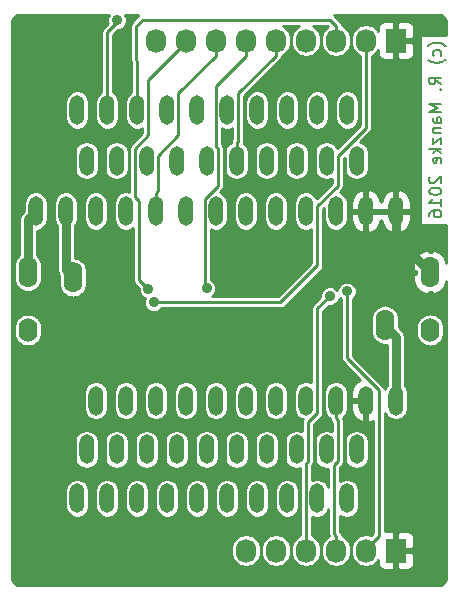
<source format=gbl>
G04 #@! TF.FileFunction,Copper,L2,Bot,Signal*
%FSLAX46Y46*%
G04 Gerber Fmt 4.6, Leading zero omitted, Abs format (unit mm)*
G04 Created by KiCad (PCBNEW 4.0.2-stable) date 05/06/2016 08:30:43*
%MOMM*%
G01*
G04 APERTURE LIST*
%ADD10C,0.100000*%
%ADD11C,0.150000*%
%ADD12O,1.600000X2.600000*%
%ADD13O,1.600000X2.000000*%
%ADD14R,1.727200X2.032000*%
%ADD15O,1.727200X2.032000*%
%ADD16O,1.270000X2.500000*%
%ADD17C,1.600000*%
%ADD18C,0.889000*%
%ADD19C,0.254000*%
%ADD20C,0.762000*%
G04 APERTURE END LIST*
D10*
D11*
X169703333Y-49538571D02*
X169655714Y-49490951D01*
X169512857Y-49395713D01*
X169417619Y-49348094D01*
X169274762Y-49300475D01*
X169036667Y-49252856D01*
X168846190Y-49252856D01*
X168608095Y-49300475D01*
X168465238Y-49348094D01*
X168370000Y-49395713D01*
X168227143Y-49490951D01*
X168179524Y-49538571D01*
X169274762Y-50348095D02*
X169322381Y-50252857D01*
X169322381Y-50062380D01*
X169274762Y-49967142D01*
X169227143Y-49919523D01*
X169131905Y-49871904D01*
X168846190Y-49871904D01*
X168750952Y-49919523D01*
X168703333Y-49967142D01*
X168655714Y-50062380D01*
X168655714Y-50252857D01*
X168703333Y-50348095D01*
X169703333Y-50681428D02*
X169655714Y-50729047D01*
X169512857Y-50824285D01*
X169417619Y-50871904D01*
X169274762Y-50919523D01*
X169036667Y-50967142D01*
X168846190Y-50967142D01*
X168608095Y-50919523D01*
X168465238Y-50871904D01*
X168370000Y-50824285D01*
X168227143Y-50729047D01*
X168179524Y-50681428D01*
X169322381Y-52776667D02*
X168846190Y-52443333D01*
X169322381Y-52205238D02*
X168322381Y-52205238D01*
X168322381Y-52586191D01*
X168370000Y-52681429D01*
X168417619Y-52729048D01*
X168512857Y-52776667D01*
X168655714Y-52776667D01*
X168750952Y-52729048D01*
X168798571Y-52681429D01*
X168846190Y-52586191D01*
X168846190Y-52205238D01*
X169227143Y-53205238D02*
X169274762Y-53252857D01*
X169322381Y-53205238D01*
X169274762Y-53157619D01*
X169227143Y-53205238D01*
X169322381Y-53205238D01*
X169322381Y-54443333D02*
X168322381Y-54443333D01*
X169036667Y-54776667D01*
X168322381Y-55110000D01*
X169322381Y-55110000D01*
X169322381Y-56014762D02*
X168798571Y-56014762D01*
X168703333Y-55967143D01*
X168655714Y-55871905D01*
X168655714Y-55681428D01*
X168703333Y-55586190D01*
X169274762Y-56014762D02*
X169322381Y-55919524D01*
X169322381Y-55681428D01*
X169274762Y-55586190D01*
X169179524Y-55538571D01*
X169084286Y-55538571D01*
X168989048Y-55586190D01*
X168941429Y-55681428D01*
X168941429Y-55919524D01*
X168893810Y-56014762D01*
X168655714Y-56490952D02*
X169322381Y-56490952D01*
X168750952Y-56490952D02*
X168703333Y-56538571D01*
X168655714Y-56633809D01*
X168655714Y-56776667D01*
X168703333Y-56871905D01*
X168798571Y-56919524D01*
X169322381Y-56919524D01*
X168655714Y-57300476D02*
X168655714Y-57824286D01*
X169322381Y-57300476D01*
X169322381Y-57824286D01*
X169322381Y-58205238D02*
X168322381Y-58205238D01*
X168941429Y-58300476D02*
X169322381Y-58586191D01*
X168655714Y-58586191D02*
X169036667Y-58205238D01*
X169274762Y-59395715D02*
X169322381Y-59300477D01*
X169322381Y-59110000D01*
X169274762Y-59014762D01*
X169179524Y-58967143D01*
X168798571Y-58967143D01*
X168703333Y-59014762D01*
X168655714Y-59110000D01*
X168655714Y-59300477D01*
X168703333Y-59395715D01*
X168798571Y-59443334D01*
X168893810Y-59443334D01*
X168989048Y-58967143D01*
X168417619Y-60586191D02*
X168370000Y-60633810D01*
X168322381Y-60729048D01*
X168322381Y-60967144D01*
X168370000Y-61062382D01*
X168417619Y-61110001D01*
X168512857Y-61157620D01*
X168608095Y-61157620D01*
X168750952Y-61110001D01*
X169322381Y-60538572D01*
X169322381Y-61157620D01*
X168322381Y-61776667D02*
X168322381Y-61871906D01*
X168370000Y-61967144D01*
X168417619Y-62014763D01*
X168512857Y-62062382D01*
X168703333Y-62110001D01*
X168941429Y-62110001D01*
X169131905Y-62062382D01*
X169227143Y-62014763D01*
X169274762Y-61967144D01*
X169322381Y-61871906D01*
X169322381Y-61776667D01*
X169274762Y-61681429D01*
X169227143Y-61633810D01*
X169131905Y-61586191D01*
X168941429Y-61538572D01*
X168703333Y-61538572D01*
X168512857Y-61586191D01*
X168417619Y-61633810D01*
X168370000Y-61681429D01*
X168322381Y-61776667D01*
X169322381Y-63062382D02*
X169322381Y-62490953D01*
X169322381Y-62776667D02*
X168322381Y-62776667D01*
X168465238Y-62681429D01*
X168560476Y-62586191D01*
X168608095Y-62490953D01*
X168322381Y-63919525D02*
X168322381Y-63729048D01*
X168370000Y-63633810D01*
X168417619Y-63586191D01*
X168560476Y-63490953D01*
X168750952Y-63443334D01*
X169131905Y-63443334D01*
X169227143Y-63490953D01*
X169274762Y-63538572D01*
X169322381Y-63633810D01*
X169322381Y-63824287D01*
X169274762Y-63919525D01*
X169227143Y-63967144D01*
X169131905Y-64014763D01*
X168893810Y-64014763D01*
X168798571Y-63967144D01*
X168750952Y-63919525D01*
X168703333Y-63824287D01*
X168703333Y-63633810D01*
X168750952Y-63538572D01*
X168798571Y-63490953D01*
X168893810Y-63443334D01*
D12*
X164560000Y-73120000D03*
X138160000Y-69120000D03*
X168385000Y-68670000D03*
X134335000Y-68670000D03*
D13*
X168385000Y-73570000D03*
X134335000Y-73570000D03*
D14*
X165500000Y-49060000D03*
D15*
X162960000Y-49060000D03*
X160420000Y-49060000D03*
X157880000Y-49060000D03*
X155340000Y-49060000D03*
X152800000Y-49060000D03*
X150260000Y-49060000D03*
X147720000Y-49060000D03*
X145180000Y-49060000D03*
D14*
X165500000Y-92240000D03*
D15*
X162960000Y-92240000D03*
X160420000Y-92240000D03*
X157880000Y-92240000D03*
X155340000Y-92240000D03*
X152800000Y-92240000D03*
D16*
X165500000Y-63500000D03*
X138500000Y-54940000D03*
X139300000Y-59220000D03*
X140100000Y-63500000D03*
X141040000Y-54940000D03*
X141840000Y-59220000D03*
X142640000Y-63500000D03*
X143580000Y-54940000D03*
X144380000Y-59220000D03*
X145180000Y-63500000D03*
X146120000Y-54940000D03*
X146920000Y-59220000D03*
X147720000Y-63500000D03*
X148660000Y-54940000D03*
X149460000Y-59220000D03*
X150260000Y-63500000D03*
X151200000Y-54940000D03*
X152000000Y-59220000D03*
X152800000Y-63500000D03*
X153740000Y-54940000D03*
X154540000Y-59220000D03*
X155340000Y-63500000D03*
X156280000Y-54940000D03*
X157080000Y-59220000D03*
X157880000Y-63500000D03*
X158820000Y-54940000D03*
X159620000Y-59220000D03*
X160420000Y-63500000D03*
X161360000Y-54940000D03*
X162160000Y-59220000D03*
X162960000Y-63500000D03*
X138500000Y-87820000D03*
X139300000Y-83680000D03*
X140100000Y-79540000D03*
X141040000Y-87820000D03*
X141840000Y-83680000D03*
X142640000Y-79540000D03*
X143580000Y-87820000D03*
X144380000Y-83680000D03*
X145180000Y-79540000D03*
X146120000Y-87820000D03*
X146920000Y-83680000D03*
X147720000Y-79540000D03*
X148660000Y-87820000D03*
X149460000Y-83680000D03*
X150260000Y-79540000D03*
X151200000Y-87820000D03*
X152000000Y-83680000D03*
X152800000Y-79540000D03*
X165500000Y-79540000D03*
X153740000Y-87820000D03*
X154540000Y-83680000D03*
X155340000Y-79540000D03*
X156280000Y-87820000D03*
X157080000Y-83680000D03*
X157880000Y-79540000D03*
X158820000Y-87820000D03*
X137560000Y-63500000D03*
X159620000Y-83680000D03*
X160420000Y-79540000D03*
X135020000Y-63500000D03*
X161360000Y-87820000D03*
X162160000Y-83680000D03*
X162960000Y-79540000D03*
D17*
X168380000Y-73370000D03*
X168380000Y-73770000D03*
X168380000Y-68170000D03*
X168380000Y-69170000D03*
X168380000Y-68640000D03*
X164560000Y-72620000D03*
X164560000Y-73620000D03*
X164560000Y-73130000D03*
X138160000Y-68620000D03*
X138160000Y-69620000D03*
X138160000Y-69110000D03*
X134330000Y-68170000D03*
X134340000Y-69170000D03*
X134330000Y-68680000D03*
X134340000Y-73370000D03*
X134330000Y-73770000D03*
D18*
X149460000Y-70050000D03*
X144530000Y-70120000D03*
X144990000Y-71220000D03*
X161350000Y-70300000D03*
X159900000Y-70690000D03*
X141880000Y-47350000D03*
D19*
X160420000Y-92240000D02*
X160420000Y-90970000D01*
X160420000Y-90970000D02*
X160290000Y-90840000D01*
X160585210Y-84694803D02*
X160585210Y-81209210D01*
X160290000Y-90840000D02*
X160290000Y-84990013D01*
X160290000Y-84990013D02*
X160585210Y-84694803D01*
X160585210Y-81209210D02*
X160420000Y-81044000D01*
X160420000Y-81044000D02*
X160420000Y-79540000D01*
X149294790Y-69884790D02*
X149460000Y-70050000D01*
X152800000Y-49060000D02*
X152800000Y-50330000D01*
X152800000Y-50330000D02*
X150234790Y-52895210D01*
X150234790Y-52895210D02*
X150234790Y-58014777D01*
X150234790Y-58014777D02*
X150425210Y-58205197D01*
X150425210Y-58205197D02*
X150425210Y-61354777D01*
X150425210Y-61354777D02*
X149294790Y-62485197D01*
X149294790Y-62485197D02*
X149294790Y-69884790D01*
X143414790Y-62294777D02*
X143775501Y-62655488D01*
X144545210Y-52387190D02*
X144545210Y-57074777D01*
X147720000Y-49212400D02*
X144545210Y-52387190D01*
X143775501Y-69365501D02*
X144085501Y-69675501D01*
X147720000Y-49060000D02*
X147720000Y-49212400D01*
X144085501Y-69675501D02*
X144530000Y-70120000D01*
X143414790Y-58205197D02*
X143414790Y-62294777D01*
X144545210Y-57074777D02*
X143414790Y-58205197D01*
X143775501Y-62655488D02*
X143775501Y-69365501D01*
X158845210Y-68094790D02*
X155720000Y-71220000D01*
X155720000Y-71220000D02*
X144990000Y-71220000D01*
X162960000Y-49060000D02*
X162960000Y-56439987D01*
X162960000Y-56439987D02*
X160585210Y-58814777D01*
X160585210Y-61354777D02*
X158845210Y-63094777D01*
X160585210Y-58814777D02*
X160585210Y-61354777D01*
X158845210Y-63094777D02*
X158845210Y-68094790D01*
X162960000Y-49060000D02*
X162960000Y-49212400D01*
X162960000Y-92240000D02*
X162960000Y-92087600D01*
X162960000Y-92087600D02*
X164077600Y-90970000D01*
X164077600Y-90970000D02*
X164077600Y-78677587D01*
X164077600Y-78677587D02*
X161350000Y-75949987D01*
X161350000Y-75949987D02*
X161350000Y-70300000D01*
X157880000Y-92240000D02*
X157880000Y-90970000D01*
X157880000Y-90970000D02*
X157854790Y-90944790D01*
X157854790Y-90944790D02*
X157854790Y-84885223D01*
X157854790Y-84885223D02*
X158045210Y-84694803D01*
X158045210Y-84694803D02*
X158045210Y-81354803D01*
X158045210Y-81354803D02*
X158845210Y-80554803D01*
X158845210Y-80554803D02*
X158845210Y-71744790D01*
X158845210Y-71744790D02*
X159900000Y-70690000D01*
X155340000Y-49060000D02*
X155340000Y-50330000D01*
X155340000Y-50330000D02*
X152165210Y-53504790D01*
X152165210Y-53504790D02*
X152165210Y-57550790D01*
X152165210Y-57550790D02*
X152000000Y-57716000D01*
X152000000Y-57716000D02*
X152000000Y-59220000D01*
X150260000Y-49060000D02*
X150260000Y-50330000D01*
X150260000Y-50330000D02*
X147085210Y-53504790D01*
X147085210Y-53504790D02*
X147085210Y-57074777D01*
X147085210Y-57074777D02*
X145345210Y-58814777D01*
X145345210Y-58814777D02*
X145345210Y-61830790D01*
X145345210Y-61830790D02*
X145180000Y-61996000D01*
X145180000Y-61996000D02*
X145180000Y-63500000D01*
X160420000Y-49060000D02*
X160420000Y-47790000D01*
X160420000Y-47790000D02*
X159910000Y-47280000D01*
X159910000Y-47280000D02*
X144050000Y-47280000D01*
X143500000Y-47830000D02*
X143500000Y-50710000D01*
X144050000Y-47280000D02*
X143500000Y-47830000D01*
X143580000Y-50790000D02*
X143580000Y-54940000D01*
X143500000Y-50710000D02*
X143580000Y-50790000D01*
X141040000Y-48350000D02*
X141880000Y-47510000D01*
X141880000Y-47510000D02*
X141880000Y-47350000D01*
X141040000Y-54940000D02*
X141040000Y-48350000D01*
D20*
X165500000Y-63500000D02*
X165500000Y-65785000D01*
X165500000Y-65785000D02*
X168385000Y-68670000D01*
X164560000Y-73120000D02*
X164560000Y-73180000D01*
X164560000Y-73180000D02*
X165500000Y-74120000D01*
X165500000Y-74120000D02*
X165500000Y-79540000D01*
X137560000Y-68520000D02*
X138160000Y-69120000D01*
X137560000Y-66970000D02*
X137560000Y-68520000D01*
X137560000Y-68520000D02*
X138160000Y-69120000D01*
X137560000Y-63500000D02*
X137560000Y-66970000D01*
X137560000Y-66970000D02*
X137560000Y-67235799D01*
X135020000Y-63500000D02*
X135020000Y-63520000D01*
X135020000Y-63520000D02*
X134335000Y-64205000D01*
X134335000Y-64205000D02*
X134335000Y-68670000D01*
D19*
G36*
X141054643Y-47185077D02*
X141054357Y-47513482D01*
X141084689Y-47586891D01*
X140680790Y-47990790D01*
X140570669Y-48155597D01*
X140532000Y-48350000D01*
X140532000Y-53434028D01*
X140321580Y-53574627D01*
X140101338Y-53904241D01*
X140024000Y-54293047D01*
X140024000Y-55586953D01*
X140101338Y-55975759D01*
X140321580Y-56305373D01*
X140651194Y-56525615D01*
X141040000Y-56602953D01*
X141428806Y-56525615D01*
X141758420Y-56305373D01*
X141978662Y-55975759D01*
X142056000Y-55586953D01*
X142056000Y-54293047D01*
X141978662Y-53904241D01*
X141758420Y-53574627D01*
X141548000Y-53434028D01*
X141548000Y-48560420D01*
X141932874Y-48175547D01*
X142043482Y-48175643D01*
X142346998Y-48050233D01*
X142579417Y-47818219D01*
X142705357Y-47514923D01*
X142705643Y-47186518D01*
X142598413Y-46927000D01*
X143684579Y-46927000D01*
X143140790Y-47470790D01*
X143030669Y-47635597D01*
X142992000Y-47830000D01*
X142992000Y-50710000D01*
X143030669Y-50904403D01*
X143072000Y-50966259D01*
X143072000Y-53434028D01*
X142861580Y-53574627D01*
X142641338Y-53904241D01*
X142564000Y-54293047D01*
X142564000Y-55586953D01*
X142641338Y-55975759D01*
X142861580Y-56305373D01*
X143191194Y-56525615D01*
X143580000Y-56602953D01*
X143968806Y-56525615D01*
X144037210Y-56479909D01*
X144037210Y-56864357D01*
X143055580Y-57845987D01*
X142945459Y-58010794D01*
X142906790Y-58205197D01*
X142906790Y-61890115D01*
X142640000Y-61837047D01*
X142251194Y-61914385D01*
X141921580Y-62134627D01*
X141701338Y-62464241D01*
X141624000Y-62853047D01*
X141624000Y-64146953D01*
X141701338Y-64535759D01*
X141921580Y-64865373D01*
X142251194Y-65085615D01*
X142640000Y-65162953D01*
X143028806Y-65085615D01*
X143267501Y-64926123D01*
X143267501Y-69365501D01*
X143306170Y-69559904D01*
X143416291Y-69724711D01*
X143704593Y-70013013D01*
X143704357Y-70283482D01*
X143829767Y-70586998D01*
X144061781Y-70819417D01*
X144232979Y-70890505D01*
X144164643Y-71055077D01*
X144164357Y-71383482D01*
X144289767Y-71686998D01*
X144521781Y-71919417D01*
X144825077Y-72045357D01*
X145153482Y-72045643D01*
X145456998Y-71920233D01*
X145649567Y-71728000D01*
X155720000Y-71728000D01*
X155914403Y-71689331D01*
X156079210Y-71579210D01*
X159204420Y-68454001D01*
X159314541Y-68289194D01*
X159326634Y-68228396D01*
X159353210Y-68094790D01*
X159353210Y-63305197D01*
X159404000Y-63254407D01*
X159404000Y-64146953D01*
X159481338Y-64535759D01*
X159701580Y-64865373D01*
X160031194Y-65085615D01*
X160420000Y-65162953D01*
X160808806Y-65085615D01*
X161138420Y-64865373D01*
X161358662Y-64535759D01*
X161436000Y-64146953D01*
X161436000Y-63627000D01*
X161690000Y-63627000D01*
X161690000Y-64242000D01*
X161835274Y-64718341D01*
X162151777Y-65102828D01*
X162591325Y-65336928D01*
X162636888Y-65343209D01*
X162833000Y-65218969D01*
X162833000Y-63627000D01*
X163087000Y-63627000D01*
X163087000Y-65218969D01*
X163283112Y-65343209D01*
X163328675Y-65336928D01*
X163768223Y-65102828D01*
X164084726Y-64718341D01*
X164230000Y-64242000D01*
X164375274Y-64718341D01*
X164691777Y-65102828D01*
X165131325Y-65336928D01*
X165176888Y-65343209D01*
X165373000Y-65218969D01*
X165373000Y-63627000D01*
X165627000Y-63627000D01*
X165627000Y-65218969D01*
X165823112Y-65343209D01*
X165868675Y-65336928D01*
X166308223Y-65102828D01*
X166624726Y-64718341D01*
X166770000Y-64242000D01*
X166770000Y-63627000D01*
X165627000Y-63627000D01*
X165373000Y-63627000D01*
X163087000Y-63627000D01*
X162833000Y-63627000D01*
X161690000Y-63627000D01*
X161436000Y-63627000D01*
X161436000Y-62853047D01*
X161417095Y-62758000D01*
X161690000Y-62758000D01*
X161690000Y-63373000D01*
X162833000Y-63373000D01*
X162833000Y-61781031D01*
X163087000Y-61781031D01*
X163087000Y-63373000D01*
X165373000Y-63373000D01*
X165373000Y-61781031D01*
X165627000Y-61781031D01*
X165627000Y-63373000D01*
X166770000Y-63373000D01*
X166770000Y-62758000D01*
X166624726Y-62281659D01*
X166308223Y-61897172D01*
X165868675Y-61663072D01*
X165823112Y-61656791D01*
X165627000Y-61781031D01*
X165373000Y-61781031D01*
X165176888Y-61656791D01*
X165131325Y-61663072D01*
X164691777Y-61897172D01*
X164375274Y-62281659D01*
X164230000Y-62758000D01*
X164084726Y-62281659D01*
X163768223Y-61897172D01*
X163328675Y-61663072D01*
X163283112Y-61656791D01*
X163087000Y-61781031D01*
X162833000Y-61781031D01*
X162636888Y-61656791D01*
X162591325Y-61663072D01*
X162151777Y-61897172D01*
X161835274Y-62281659D01*
X161690000Y-62758000D01*
X161417095Y-62758000D01*
X161358662Y-62464241D01*
X161138420Y-62134627D01*
X160808806Y-61914385D01*
X160754771Y-61903637D01*
X160944421Y-61713987D01*
X161054541Y-61549180D01*
X161093210Y-61354777D01*
X161093210Y-59025197D01*
X161144000Y-58974407D01*
X161144000Y-59866953D01*
X161221338Y-60255759D01*
X161441580Y-60585373D01*
X161771194Y-60805615D01*
X162160000Y-60882953D01*
X162548806Y-60805615D01*
X162878420Y-60585373D01*
X163098662Y-60255759D01*
X163176000Y-59866953D01*
X163176000Y-58573047D01*
X163098662Y-58184241D01*
X162878420Y-57854627D01*
X162548806Y-57634385D01*
X162494770Y-57623637D01*
X163319210Y-56799197D01*
X163429331Y-56634391D01*
X163442780Y-56566777D01*
X163468000Y-56439987D01*
X163468000Y-50368440D01*
X163840065Y-50119834D01*
X164001400Y-49878379D01*
X164001400Y-50202309D01*
X164098073Y-50435698D01*
X164276701Y-50614327D01*
X164510090Y-50711000D01*
X165214250Y-50711000D01*
X165373000Y-50552250D01*
X165373000Y-49187000D01*
X165627000Y-49187000D01*
X165627000Y-50552250D01*
X165785750Y-50711000D01*
X166489910Y-50711000D01*
X166723299Y-50614327D01*
X166901927Y-50435698D01*
X166998600Y-50202309D01*
X166998600Y-49345750D01*
X166839850Y-49187000D01*
X165627000Y-49187000D01*
X165373000Y-49187000D01*
X165353000Y-49187000D01*
X165353000Y-48933000D01*
X165373000Y-48933000D01*
X165373000Y-47567750D01*
X165627000Y-47567750D01*
X165627000Y-48933000D01*
X166839850Y-48933000D01*
X166998600Y-48774250D01*
X166998600Y-47917691D01*
X166901927Y-47684302D01*
X166723299Y-47505673D01*
X166489910Y-47409000D01*
X165785750Y-47409000D01*
X165627000Y-47567750D01*
X165373000Y-47567750D01*
X165214250Y-47409000D01*
X164510090Y-47409000D01*
X164276701Y-47505673D01*
X164098073Y-47684302D01*
X164001400Y-47917691D01*
X164001400Y-48241621D01*
X163840065Y-48000166D01*
X163436288Y-47730371D01*
X162960000Y-47635631D01*
X162483712Y-47730371D01*
X162079935Y-48000166D01*
X161810140Y-48403943D01*
X161715400Y-48880231D01*
X161715400Y-49239769D01*
X161810140Y-49716057D01*
X162079935Y-50119834D01*
X162452000Y-50368440D01*
X162452000Y-56229567D01*
X160534094Y-58147473D01*
X160338420Y-57854627D01*
X160008806Y-57634385D01*
X159620000Y-57557047D01*
X159231194Y-57634385D01*
X158901580Y-57854627D01*
X158681338Y-58184241D01*
X158604000Y-58573047D01*
X158604000Y-59866953D01*
X158681338Y-60255759D01*
X158901580Y-60585373D01*
X159231194Y-60805615D01*
X159620000Y-60882953D01*
X160008806Y-60805615D01*
X160077210Y-60759909D01*
X160077210Y-61144356D01*
X158794094Y-62427473D01*
X158598420Y-62134627D01*
X158268806Y-61914385D01*
X157880000Y-61837047D01*
X157491194Y-61914385D01*
X157161580Y-62134627D01*
X156941338Y-62464241D01*
X156864000Y-62853047D01*
X156864000Y-64146953D01*
X156941338Y-64535759D01*
X157161580Y-64865373D01*
X157491194Y-65085615D01*
X157880000Y-65162953D01*
X158268806Y-65085615D01*
X158337210Y-65039909D01*
X158337210Y-67884369D01*
X155509580Y-70712000D01*
X149965298Y-70712000D01*
X150159417Y-70518219D01*
X150285357Y-70214923D01*
X150285643Y-69886518D01*
X150160233Y-69583002D01*
X149928219Y-69350583D01*
X149802790Y-69298500D01*
X149802790Y-65039909D01*
X149871194Y-65085615D01*
X150260000Y-65162953D01*
X150648806Y-65085615D01*
X150978420Y-64865373D01*
X151198662Y-64535759D01*
X151276000Y-64146953D01*
X151276000Y-62853047D01*
X151784000Y-62853047D01*
X151784000Y-64146953D01*
X151861338Y-64535759D01*
X152081580Y-64865373D01*
X152411194Y-65085615D01*
X152800000Y-65162953D01*
X153188806Y-65085615D01*
X153518420Y-64865373D01*
X153738662Y-64535759D01*
X153816000Y-64146953D01*
X153816000Y-62853047D01*
X154324000Y-62853047D01*
X154324000Y-64146953D01*
X154401338Y-64535759D01*
X154621580Y-64865373D01*
X154951194Y-65085615D01*
X155340000Y-65162953D01*
X155728806Y-65085615D01*
X156058420Y-64865373D01*
X156278662Y-64535759D01*
X156356000Y-64146953D01*
X156356000Y-62853047D01*
X156278662Y-62464241D01*
X156058420Y-62134627D01*
X155728806Y-61914385D01*
X155340000Y-61837047D01*
X154951194Y-61914385D01*
X154621580Y-62134627D01*
X154401338Y-62464241D01*
X154324000Y-62853047D01*
X153816000Y-62853047D01*
X153738662Y-62464241D01*
X153518420Y-62134627D01*
X153188806Y-61914385D01*
X152800000Y-61837047D01*
X152411194Y-61914385D01*
X152081580Y-62134627D01*
X151861338Y-62464241D01*
X151784000Y-62853047D01*
X151276000Y-62853047D01*
X151198662Y-62464241D01*
X150978420Y-62134627D01*
X150648806Y-61914385D01*
X150594770Y-61903637D01*
X150784420Y-61713987D01*
X150894541Y-61549181D01*
X150906710Y-61488000D01*
X150933210Y-61354777D01*
X150933210Y-58205197D01*
X150894541Y-58010794D01*
X150827462Y-57910403D01*
X150784421Y-57845987D01*
X150742790Y-57804356D01*
X150742790Y-56479909D01*
X150811194Y-56525615D01*
X151200000Y-56602953D01*
X151588806Y-56525615D01*
X151657210Y-56479909D01*
X151657210Y-57340370D01*
X151640790Y-57356790D01*
X151530669Y-57521597D01*
X151492452Y-57713726D01*
X151281580Y-57854627D01*
X151061338Y-58184241D01*
X150984000Y-58573047D01*
X150984000Y-59866953D01*
X151061338Y-60255759D01*
X151281580Y-60585373D01*
X151611194Y-60805615D01*
X152000000Y-60882953D01*
X152388806Y-60805615D01*
X152718420Y-60585373D01*
X152938662Y-60255759D01*
X153016000Y-59866953D01*
X153016000Y-58573047D01*
X153524000Y-58573047D01*
X153524000Y-59866953D01*
X153601338Y-60255759D01*
X153821580Y-60585373D01*
X154151194Y-60805615D01*
X154540000Y-60882953D01*
X154928806Y-60805615D01*
X155258420Y-60585373D01*
X155478662Y-60255759D01*
X155556000Y-59866953D01*
X155556000Y-58573047D01*
X156064000Y-58573047D01*
X156064000Y-59866953D01*
X156141338Y-60255759D01*
X156361580Y-60585373D01*
X156691194Y-60805615D01*
X157080000Y-60882953D01*
X157468806Y-60805615D01*
X157798420Y-60585373D01*
X158018662Y-60255759D01*
X158096000Y-59866953D01*
X158096000Y-58573047D01*
X158018662Y-58184241D01*
X157798420Y-57854627D01*
X157468806Y-57634385D01*
X157080000Y-57557047D01*
X156691194Y-57634385D01*
X156361580Y-57854627D01*
X156141338Y-58184241D01*
X156064000Y-58573047D01*
X155556000Y-58573047D01*
X155478662Y-58184241D01*
X155258420Y-57854627D01*
X154928806Y-57634385D01*
X154540000Y-57557047D01*
X154151194Y-57634385D01*
X153821580Y-57854627D01*
X153601338Y-58184241D01*
X153524000Y-58573047D01*
X153016000Y-58573047D01*
X152938662Y-58184241D01*
X152718420Y-57854627D01*
X152609879Y-57782102D01*
X152634541Y-57745194D01*
X152644088Y-57697197D01*
X152673210Y-57550790D01*
X152673210Y-54293047D01*
X152724000Y-54293047D01*
X152724000Y-55586953D01*
X152801338Y-55975759D01*
X153021580Y-56305373D01*
X153351194Y-56525615D01*
X153740000Y-56602953D01*
X154128806Y-56525615D01*
X154458420Y-56305373D01*
X154678662Y-55975759D01*
X154756000Y-55586953D01*
X154756000Y-54293047D01*
X155264000Y-54293047D01*
X155264000Y-55586953D01*
X155341338Y-55975759D01*
X155561580Y-56305373D01*
X155891194Y-56525615D01*
X156280000Y-56602953D01*
X156668806Y-56525615D01*
X156998420Y-56305373D01*
X157218662Y-55975759D01*
X157296000Y-55586953D01*
X157296000Y-54293047D01*
X157804000Y-54293047D01*
X157804000Y-55586953D01*
X157881338Y-55975759D01*
X158101580Y-56305373D01*
X158431194Y-56525615D01*
X158820000Y-56602953D01*
X159208806Y-56525615D01*
X159538420Y-56305373D01*
X159758662Y-55975759D01*
X159836000Y-55586953D01*
X159836000Y-54293047D01*
X160344000Y-54293047D01*
X160344000Y-55586953D01*
X160421338Y-55975759D01*
X160641580Y-56305373D01*
X160971194Y-56525615D01*
X161360000Y-56602953D01*
X161748806Y-56525615D01*
X162078420Y-56305373D01*
X162298662Y-55975759D01*
X162376000Y-55586953D01*
X162376000Y-54293047D01*
X162298662Y-53904241D01*
X162078420Y-53574627D01*
X161748806Y-53354385D01*
X161360000Y-53277047D01*
X160971194Y-53354385D01*
X160641580Y-53574627D01*
X160421338Y-53904241D01*
X160344000Y-54293047D01*
X159836000Y-54293047D01*
X159758662Y-53904241D01*
X159538420Y-53574627D01*
X159208806Y-53354385D01*
X158820000Y-53277047D01*
X158431194Y-53354385D01*
X158101580Y-53574627D01*
X157881338Y-53904241D01*
X157804000Y-54293047D01*
X157296000Y-54293047D01*
X157218662Y-53904241D01*
X156998420Y-53574627D01*
X156668806Y-53354385D01*
X156280000Y-53277047D01*
X155891194Y-53354385D01*
X155561580Y-53574627D01*
X155341338Y-53904241D01*
X155264000Y-54293047D01*
X154756000Y-54293047D01*
X154678662Y-53904241D01*
X154458420Y-53574627D01*
X154128806Y-53354385D01*
X153740000Y-53277047D01*
X153351194Y-53354385D01*
X153021580Y-53574627D01*
X152801338Y-53904241D01*
X152724000Y-54293047D01*
X152673210Y-54293047D01*
X152673210Y-53715210D01*
X155699210Y-50689210D01*
X155809331Y-50524404D01*
X155839182Y-50374332D01*
X156220065Y-50119834D01*
X156489860Y-49716057D01*
X156584600Y-49239769D01*
X156584600Y-48880231D01*
X156489860Y-48403943D01*
X156220065Y-48000166D01*
X155902536Y-47788000D01*
X157317464Y-47788000D01*
X156999935Y-48000166D01*
X156730140Y-48403943D01*
X156635400Y-48880231D01*
X156635400Y-49239769D01*
X156730140Y-49716057D01*
X156999935Y-50119834D01*
X157403712Y-50389629D01*
X157880000Y-50484369D01*
X158356288Y-50389629D01*
X158760065Y-50119834D01*
X159029860Y-49716057D01*
X159124600Y-49239769D01*
X159124600Y-48880231D01*
X159029860Y-48403943D01*
X158760065Y-48000166D01*
X158442536Y-47788000D01*
X159699580Y-47788000D01*
X159762819Y-47851239D01*
X159539935Y-48000166D01*
X159270140Y-48403943D01*
X159175400Y-48880231D01*
X159175400Y-49239769D01*
X159270140Y-49716057D01*
X159539935Y-50119834D01*
X159943712Y-50389629D01*
X160420000Y-50484369D01*
X160896288Y-50389629D01*
X161300065Y-50119834D01*
X161569860Y-49716057D01*
X161664600Y-49239769D01*
X161664600Y-48880231D01*
X161569860Y-48403943D01*
X161300065Y-48000166D01*
X160919182Y-47745668D01*
X160889331Y-47595597D01*
X160779210Y-47430790D01*
X160275420Y-46927000D01*
X169347394Y-46927000D01*
X169773000Y-47352606D01*
X169773000Y-48558761D01*
X167564000Y-48558761D01*
X167564000Y-64661239D01*
X169773000Y-64661239D01*
X169773000Y-67882352D01*
X169662166Y-67503517D01*
X169309896Y-67065500D01*
X168816819Y-66795633D01*
X168734039Y-66778096D01*
X168512000Y-66900085D01*
X168512000Y-66989115D01*
X168258000Y-66988894D01*
X168258000Y-66900085D01*
X168035961Y-66778096D01*
X167953181Y-66795633D01*
X167460104Y-67065500D01*
X167107834Y-67503517D01*
X166950000Y-68043000D01*
X166950000Y-68543000D01*
X167199085Y-68543000D01*
X167198863Y-68797000D01*
X166950000Y-68797000D01*
X166950000Y-69297000D01*
X167107834Y-69836483D01*
X167460104Y-70274500D01*
X167953181Y-70544367D01*
X168035961Y-70561904D01*
X168258000Y-70439915D01*
X168258000Y-70350893D01*
X168512000Y-70351115D01*
X168512000Y-70439915D01*
X168734039Y-70561904D01*
X168816819Y-70544367D01*
X169309896Y-70274500D01*
X169662166Y-69836483D01*
X169773000Y-69457648D01*
X169773000Y-94747394D01*
X169347394Y-95173000D01*
X133452606Y-95173000D01*
X133027000Y-94747394D01*
X133027000Y-92060231D01*
X151555400Y-92060231D01*
X151555400Y-92419769D01*
X151650140Y-92896057D01*
X151919935Y-93299834D01*
X152323712Y-93569629D01*
X152800000Y-93664369D01*
X153276288Y-93569629D01*
X153680065Y-93299834D01*
X153949860Y-92896057D01*
X154044600Y-92419769D01*
X154044600Y-92060231D01*
X154095400Y-92060231D01*
X154095400Y-92419769D01*
X154190140Y-92896057D01*
X154459935Y-93299834D01*
X154863712Y-93569629D01*
X155340000Y-93664369D01*
X155816288Y-93569629D01*
X156220065Y-93299834D01*
X156489860Y-92896057D01*
X156584600Y-92419769D01*
X156584600Y-92060231D01*
X156489860Y-91583943D01*
X156220065Y-91180166D01*
X155816288Y-90910371D01*
X155340000Y-90815631D01*
X154863712Y-90910371D01*
X154459935Y-91180166D01*
X154190140Y-91583943D01*
X154095400Y-92060231D01*
X154044600Y-92060231D01*
X153949860Y-91583943D01*
X153680065Y-91180166D01*
X153276288Y-90910371D01*
X152800000Y-90815631D01*
X152323712Y-90910371D01*
X151919935Y-91180166D01*
X151650140Y-91583943D01*
X151555400Y-92060231D01*
X133027000Y-92060231D01*
X133027000Y-87173047D01*
X137484000Y-87173047D01*
X137484000Y-88466953D01*
X137561338Y-88855759D01*
X137781580Y-89185373D01*
X138111194Y-89405615D01*
X138500000Y-89482953D01*
X138888806Y-89405615D01*
X139218420Y-89185373D01*
X139438662Y-88855759D01*
X139516000Y-88466953D01*
X139516000Y-87173047D01*
X140024000Y-87173047D01*
X140024000Y-88466953D01*
X140101338Y-88855759D01*
X140321580Y-89185373D01*
X140651194Y-89405615D01*
X141040000Y-89482953D01*
X141428806Y-89405615D01*
X141758420Y-89185373D01*
X141978662Y-88855759D01*
X142056000Y-88466953D01*
X142056000Y-87173047D01*
X142564000Y-87173047D01*
X142564000Y-88466953D01*
X142641338Y-88855759D01*
X142861580Y-89185373D01*
X143191194Y-89405615D01*
X143580000Y-89482953D01*
X143968806Y-89405615D01*
X144298420Y-89185373D01*
X144518662Y-88855759D01*
X144596000Y-88466953D01*
X144596000Y-87173047D01*
X145104000Y-87173047D01*
X145104000Y-88466953D01*
X145181338Y-88855759D01*
X145401580Y-89185373D01*
X145731194Y-89405615D01*
X146120000Y-89482953D01*
X146508806Y-89405615D01*
X146838420Y-89185373D01*
X147058662Y-88855759D01*
X147136000Y-88466953D01*
X147136000Y-87173047D01*
X147644000Y-87173047D01*
X147644000Y-88466953D01*
X147721338Y-88855759D01*
X147941580Y-89185373D01*
X148271194Y-89405615D01*
X148660000Y-89482953D01*
X149048806Y-89405615D01*
X149378420Y-89185373D01*
X149598662Y-88855759D01*
X149676000Y-88466953D01*
X149676000Y-87173047D01*
X150184000Y-87173047D01*
X150184000Y-88466953D01*
X150261338Y-88855759D01*
X150481580Y-89185373D01*
X150811194Y-89405615D01*
X151200000Y-89482953D01*
X151588806Y-89405615D01*
X151918420Y-89185373D01*
X152138662Y-88855759D01*
X152216000Y-88466953D01*
X152216000Y-87173047D01*
X152724000Y-87173047D01*
X152724000Y-88466953D01*
X152801338Y-88855759D01*
X153021580Y-89185373D01*
X153351194Y-89405615D01*
X153740000Y-89482953D01*
X154128806Y-89405615D01*
X154458420Y-89185373D01*
X154678662Y-88855759D01*
X154756000Y-88466953D01*
X154756000Y-87173047D01*
X155264000Y-87173047D01*
X155264000Y-88466953D01*
X155341338Y-88855759D01*
X155561580Y-89185373D01*
X155891194Y-89405615D01*
X156280000Y-89482953D01*
X156668806Y-89405615D01*
X156998420Y-89185373D01*
X157218662Y-88855759D01*
X157296000Y-88466953D01*
X157296000Y-87173047D01*
X157218662Y-86784241D01*
X156998420Y-86454627D01*
X156668806Y-86234385D01*
X156280000Y-86157047D01*
X155891194Y-86234385D01*
X155561580Y-86454627D01*
X155341338Y-86784241D01*
X155264000Y-87173047D01*
X154756000Y-87173047D01*
X154678662Y-86784241D01*
X154458420Y-86454627D01*
X154128806Y-86234385D01*
X153740000Y-86157047D01*
X153351194Y-86234385D01*
X153021580Y-86454627D01*
X152801338Y-86784241D01*
X152724000Y-87173047D01*
X152216000Y-87173047D01*
X152138662Y-86784241D01*
X151918420Y-86454627D01*
X151588806Y-86234385D01*
X151200000Y-86157047D01*
X150811194Y-86234385D01*
X150481580Y-86454627D01*
X150261338Y-86784241D01*
X150184000Y-87173047D01*
X149676000Y-87173047D01*
X149598662Y-86784241D01*
X149378420Y-86454627D01*
X149048806Y-86234385D01*
X148660000Y-86157047D01*
X148271194Y-86234385D01*
X147941580Y-86454627D01*
X147721338Y-86784241D01*
X147644000Y-87173047D01*
X147136000Y-87173047D01*
X147058662Y-86784241D01*
X146838420Y-86454627D01*
X146508806Y-86234385D01*
X146120000Y-86157047D01*
X145731194Y-86234385D01*
X145401580Y-86454627D01*
X145181338Y-86784241D01*
X145104000Y-87173047D01*
X144596000Y-87173047D01*
X144518662Y-86784241D01*
X144298420Y-86454627D01*
X143968806Y-86234385D01*
X143580000Y-86157047D01*
X143191194Y-86234385D01*
X142861580Y-86454627D01*
X142641338Y-86784241D01*
X142564000Y-87173047D01*
X142056000Y-87173047D01*
X141978662Y-86784241D01*
X141758420Y-86454627D01*
X141428806Y-86234385D01*
X141040000Y-86157047D01*
X140651194Y-86234385D01*
X140321580Y-86454627D01*
X140101338Y-86784241D01*
X140024000Y-87173047D01*
X139516000Y-87173047D01*
X139438662Y-86784241D01*
X139218420Y-86454627D01*
X138888806Y-86234385D01*
X138500000Y-86157047D01*
X138111194Y-86234385D01*
X137781580Y-86454627D01*
X137561338Y-86784241D01*
X137484000Y-87173047D01*
X133027000Y-87173047D01*
X133027000Y-83033047D01*
X138284000Y-83033047D01*
X138284000Y-84326953D01*
X138361338Y-84715759D01*
X138581580Y-85045373D01*
X138911194Y-85265615D01*
X139300000Y-85342953D01*
X139688806Y-85265615D01*
X140018420Y-85045373D01*
X140238662Y-84715759D01*
X140316000Y-84326953D01*
X140316000Y-83033047D01*
X140824000Y-83033047D01*
X140824000Y-84326953D01*
X140901338Y-84715759D01*
X141121580Y-85045373D01*
X141451194Y-85265615D01*
X141840000Y-85342953D01*
X142228806Y-85265615D01*
X142558420Y-85045373D01*
X142778662Y-84715759D01*
X142856000Y-84326953D01*
X142856000Y-83033047D01*
X143364000Y-83033047D01*
X143364000Y-84326953D01*
X143441338Y-84715759D01*
X143661580Y-85045373D01*
X143991194Y-85265615D01*
X144380000Y-85342953D01*
X144768806Y-85265615D01*
X145098420Y-85045373D01*
X145318662Y-84715759D01*
X145396000Y-84326953D01*
X145396000Y-83033047D01*
X145904000Y-83033047D01*
X145904000Y-84326953D01*
X145981338Y-84715759D01*
X146201580Y-85045373D01*
X146531194Y-85265615D01*
X146920000Y-85342953D01*
X147308806Y-85265615D01*
X147638420Y-85045373D01*
X147858662Y-84715759D01*
X147936000Y-84326953D01*
X147936000Y-83033047D01*
X148444000Y-83033047D01*
X148444000Y-84326953D01*
X148521338Y-84715759D01*
X148741580Y-85045373D01*
X149071194Y-85265615D01*
X149460000Y-85342953D01*
X149848806Y-85265615D01*
X150178420Y-85045373D01*
X150398662Y-84715759D01*
X150476000Y-84326953D01*
X150476000Y-83033047D01*
X150984000Y-83033047D01*
X150984000Y-84326953D01*
X151061338Y-84715759D01*
X151281580Y-85045373D01*
X151611194Y-85265615D01*
X152000000Y-85342953D01*
X152388806Y-85265615D01*
X152718420Y-85045373D01*
X152938662Y-84715759D01*
X153016000Y-84326953D01*
X153016000Y-83033047D01*
X153524000Y-83033047D01*
X153524000Y-84326953D01*
X153601338Y-84715759D01*
X153821580Y-85045373D01*
X154151194Y-85265615D01*
X154540000Y-85342953D01*
X154928806Y-85265615D01*
X155258420Y-85045373D01*
X155478662Y-84715759D01*
X155556000Y-84326953D01*
X155556000Y-83033047D01*
X156064000Y-83033047D01*
X156064000Y-84326953D01*
X156141338Y-84715759D01*
X156361580Y-85045373D01*
X156691194Y-85265615D01*
X157080000Y-85342953D01*
X157346790Y-85289885D01*
X157346790Y-90944790D01*
X157347425Y-90947981D01*
X156999935Y-91180166D01*
X156730140Y-91583943D01*
X156635400Y-92060231D01*
X156635400Y-92419769D01*
X156730140Y-92896057D01*
X156999935Y-93299834D01*
X157403712Y-93569629D01*
X157880000Y-93664369D01*
X158356288Y-93569629D01*
X158760065Y-93299834D01*
X159029860Y-92896057D01*
X159124600Y-92419769D01*
X159124600Y-92060231D01*
X159029860Y-91583943D01*
X158760065Y-91180166D01*
X158379182Y-90925668D01*
X158362790Y-90843260D01*
X158362790Y-89359909D01*
X158431194Y-89405615D01*
X158820000Y-89482953D01*
X159208806Y-89405615D01*
X159538420Y-89185373D01*
X159758662Y-88855759D01*
X159782000Y-88738430D01*
X159782000Y-90840000D01*
X159813327Y-90997492D01*
X159539935Y-91180166D01*
X159270140Y-91583943D01*
X159175400Y-92060231D01*
X159175400Y-92419769D01*
X159270140Y-92896057D01*
X159539935Y-93299834D01*
X159943712Y-93569629D01*
X160420000Y-93664369D01*
X160896288Y-93569629D01*
X161300065Y-93299834D01*
X161569860Y-92896057D01*
X161664600Y-92419769D01*
X161664600Y-92060231D01*
X161569860Y-91583943D01*
X161300065Y-91180166D01*
X160919182Y-90925668D01*
X160889331Y-90775597D01*
X160798000Y-90638911D01*
X160798000Y-89289890D01*
X160971194Y-89405615D01*
X161360000Y-89482953D01*
X161748806Y-89405615D01*
X162078420Y-89185373D01*
X162298662Y-88855759D01*
X162376000Y-88466953D01*
X162376000Y-87173047D01*
X162298662Y-86784241D01*
X162078420Y-86454627D01*
X161748806Y-86234385D01*
X161360000Y-86157047D01*
X160971194Y-86234385D01*
X160798000Y-86350110D01*
X160798000Y-85200433D01*
X160944420Y-85054013D01*
X161054541Y-84889206D01*
X161093210Y-84694803D01*
X161093210Y-83033047D01*
X161144000Y-83033047D01*
X161144000Y-84326953D01*
X161221338Y-84715759D01*
X161441580Y-85045373D01*
X161771194Y-85265615D01*
X162160000Y-85342953D01*
X162548806Y-85265615D01*
X162878420Y-85045373D01*
X163098662Y-84715759D01*
X163176000Y-84326953D01*
X163176000Y-83033047D01*
X163098662Y-82644241D01*
X162878420Y-82314627D01*
X162548806Y-82094385D01*
X162160000Y-82017047D01*
X161771194Y-82094385D01*
X161441580Y-82314627D01*
X161221338Y-82644241D01*
X161144000Y-83033047D01*
X161093210Y-83033047D01*
X161093210Y-81209210D01*
X161054541Y-81014807D01*
X161054541Y-81014806D01*
X161029879Y-80977898D01*
X161138420Y-80905373D01*
X161358662Y-80575759D01*
X161436000Y-80186953D01*
X161436000Y-79667000D01*
X161690000Y-79667000D01*
X161690000Y-80282000D01*
X161835274Y-80758341D01*
X162151777Y-81142828D01*
X162591325Y-81376928D01*
X162636888Y-81383209D01*
X162833000Y-81258969D01*
X162833000Y-79667000D01*
X161690000Y-79667000D01*
X161436000Y-79667000D01*
X161436000Y-78893047D01*
X161358662Y-78504241D01*
X161138420Y-78174627D01*
X160808806Y-77954385D01*
X160420000Y-77877047D01*
X160031194Y-77954385D01*
X159701580Y-78174627D01*
X159481338Y-78504241D01*
X159404000Y-78893047D01*
X159404000Y-80186953D01*
X159481338Y-80575759D01*
X159701580Y-80905373D01*
X159912452Y-81046274D01*
X159950669Y-81238403D01*
X160060790Y-81403210D01*
X160077210Y-81419630D01*
X160077210Y-82140091D01*
X160008806Y-82094385D01*
X159620000Y-82017047D01*
X159231194Y-82094385D01*
X158901580Y-82314627D01*
X158681338Y-82644241D01*
X158604000Y-83033047D01*
X158604000Y-84326953D01*
X158681338Y-84715759D01*
X158901580Y-85045373D01*
X159231194Y-85265615D01*
X159620000Y-85342953D01*
X159782000Y-85310729D01*
X159782000Y-86901570D01*
X159758662Y-86784241D01*
X159538420Y-86454627D01*
X159208806Y-86234385D01*
X158820000Y-86157047D01*
X158431194Y-86234385D01*
X158362790Y-86280091D01*
X158362790Y-85095644D01*
X158404421Y-85054013D01*
X158514541Y-84889206D01*
X158553210Y-84694803D01*
X158553210Y-81565223D01*
X159204420Y-80914013D01*
X159314541Y-80749206D01*
X159353210Y-80554803D01*
X159353210Y-71955210D01*
X159793013Y-71515407D01*
X160063482Y-71515643D01*
X160366998Y-71390233D01*
X160599417Y-71158219D01*
X160725357Y-70854923D01*
X160725368Y-70842731D01*
X160842000Y-70959567D01*
X160842000Y-75949987D01*
X160880669Y-76144390D01*
X160990790Y-76309197D01*
X162456482Y-77774889D01*
X162151777Y-77937172D01*
X161835274Y-78321659D01*
X161690000Y-78798000D01*
X161690000Y-79413000D01*
X162833000Y-79413000D01*
X162833000Y-79393000D01*
X163087000Y-79393000D01*
X163087000Y-79413000D01*
X163107000Y-79413000D01*
X163107000Y-79667000D01*
X163087000Y-79667000D01*
X163087000Y-81258969D01*
X163283112Y-81383209D01*
X163328675Y-81376928D01*
X163569600Y-81248613D01*
X163569600Y-90759580D01*
X163421709Y-90907471D01*
X162960000Y-90815631D01*
X162483712Y-90910371D01*
X162079935Y-91180166D01*
X161810140Y-91583943D01*
X161715400Y-92060231D01*
X161715400Y-92419769D01*
X161810140Y-92896057D01*
X162079935Y-93299834D01*
X162483712Y-93569629D01*
X162960000Y-93664369D01*
X163436288Y-93569629D01*
X163840065Y-93299834D01*
X164001400Y-93058379D01*
X164001400Y-93382309D01*
X164098073Y-93615698D01*
X164276701Y-93794327D01*
X164510090Y-93891000D01*
X165214250Y-93891000D01*
X165373000Y-93732250D01*
X165373000Y-92367000D01*
X165627000Y-92367000D01*
X165627000Y-93732250D01*
X165785750Y-93891000D01*
X166489910Y-93891000D01*
X166723299Y-93794327D01*
X166901927Y-93615698D01*
X166998600Y-93382309D01*
X166998600Y-92525750D01*
X166839850Y-92367000D01*
X165627000Y-92367000D01*
X165373000Y-92367000D01*
X165353000Y-92367000D01*
X165353000Y-92113000D01*
X165373000Y-92113000D01*
X165373000Y-90747750D01*
X165627000Y-90747750D01*
X165627000Y-92113000D01*
X166839850Y-92113000D01*
X166998600Y-91954250D01*
X166998600Y-91097691D01*
X166901927Y-90864302D01*
X166723299Y-90685673D01*
X166489910Y-90589000D01*
X165785750Y-90589000D01*
X165627000Y-90747750D01*
X165373000Y-90747750D01*
X165214250Y-90589000D01*
X164585600Y-90589000D01*
X164585600Y-80612069D01*
X164781580Y-80905373D01*
X165111194Y-81125615D01*
X165500000Y-81202953D01*
X165888806Y-81125615D01*
X166218420Y-80905373D01*
X166438662Y-80575759D01*
X166516000Y-80186953D01*
X166516000Y-78893047D01*
X166438662Y-78504241D01*
X166262000Y-78239849D01*
X166262000Y-74120000D01*
X166203996Y-73828395D01*
X166086756Y-73652933D01*
X166053984Y-73603885D01*
X167198796Y-73603885D01*
X167199144Y-73604728D01*
X167198796Y-74003885D01*
X167288162Y-74220169D01*
X167293898Y-74249004D01*
X167310089Y-74273235D01*
X167378213Y-74438109D01*
X167505358Y-74565476D01*
X167549907Y-74632148D01*
X167615998Y-74676308D01*
X167710144Y-74770619D01*
X167834298Y-74822172D01*
X167933051Y-74888157D01*
X168048521Y-74911125D01*
X168144054Y-74950794D01*
X168248407Y-74950885D01*
X168385000Y-74978055D01*
X168520400Y-74951122D01*
X168613885Y-74951204D01*
X168701047Y-74915189D01*
X168836949Y-74888157D01*
X168951153Y-74811848D01*
X169048109Y-74771787D01*
X169123009Y-74697018D01*
X169220093Y-74632148D01*
X169284397Y-74535911D01*
X169380619Y-74439856D01*
X169433217Y-74313186D01*
X169476102Y-74249004D01*
X169491030Y-74173957D01*
X169560794Y-74005946D01*
X169560954Y-73822422D01*
X169566000Y-73797055D01*
X169566000Y-73342945D01*
X169561045Y-73318036D01*
X169561204Y-73136115D01*
X169491121Y-72966499D01*
X169476102Y-72890996D01*
X169433707Y-72827547D01*
X169381787Y-72701891D01*
X169284885Y-72604820D01*
X169220093Y-72507852D01*
X169123971Y-72443625D01*
X169049856Y-72369381D01*
X168952118Y-72328797D01*
X168836949Y-72251843D01*
X168702284Y-72225056D01*
X168615946Y-72189206D01*
X168521637Y-72189124D01*
X168385000Y-72161945D01*
X168249557Y-72188886D01*
X168146115Y-72188796D01*
X168049670Y-72228646D01*
X167933051Y-72251843D01*
X167835051Y-72317324D01*
X167711891Y-72368213D01*
X167616748Y-72463190D01*
X167549907Y-72507852D01*
X167505635Y-72574110D01*
X167379381Y-72700144D01*
X167310367Y-72866349D01*
X167293898Y-72890996D01*
X167288165Y-72919816D01*
X167199206Y-73134054D01*
X167198796Y-73603885D01*
X166053984Y-73603885D01*
X166038816Y-73581185D01*
X165741000Y-73283369D01*
X165741000Y-73129885D01*
X165741204Y-72896115D01*
X165741000Y-72895621D01*
X165741000Y-72619381D01*
X165741204Y-72386115D01*
X165663734Y-72198622D01*
X165651102Y-72135118D01*
X165615445Y-72081753D01*
X165561787Y-71951891D01*
X165461642Y-71851571D01*
X165395093Y-71751974D01*
X165296365Y-71686006D01*
X165229856Y-71619381D01*
X165142149Y-71582962D01*
X165011949Y-71495965D01*
X164859709Y-71465683D01*
X164795946Y-71439206D01*
X164726296Y-71439145D01*
X164560000Y-71406067D01*
X164395157Y-71438856D01*
X164326115Y-71438796D01*
X164261743Y-71465394D01*
X164108051Y-71495965D01*
X163978897Y-71582263D01*
X163891891Y-71618213D01*
X163824678Y-71685309D01*
X163724907Y-71751974D01*
X163658824Y-71850874D01*
X163559381Y-71950144D01*
X163505022Y-72081054D01*
X163468898Y-72135118D01*
X163456324Y-72198334D01*
X163379206Y-72384054D01*
X163379029Y-72586921D01*
X163379000Y-72587067D01*
X163379000Y-72620115D01*
X163378796Y-72853885D01*
X163379000Y-72854379D01*
X163379000Y-73130115D01*
X163378796Y-73363885D01*
X163379000Y-73364379D01*
X163379000Y-73620115D01*
X163378796Y-73853885D01*
X163456266Y-74041378D01*
X163468898Y-74104882D01*
X163504555Y-74158247D01*
X163558213Y-74288109D01*
X163658358Y-74388429D01*
X163724907Y-74488026D01*
X163823635Y-74553994D01*
X163890144Y-74620619D01*
X163977851Y-74657038D01*
X164108051Y-74744035D01*
X164260291Y-74774317D01*
X164324054Y-74800794D01*
X164393704Y-74800855D01*
X164560000Y-74833933D01*
X164724843Y-74801144D01*
X164738000Y-74801155D01*
X164738000Y-78239849D01*
X164561338Y-78504241D01*
X164556229Y-78529927D01*
X164546931Y-78483184D01*
X164436810Y-78318377D01*
X161858000Y-75739567D01*
X161858000Y-70959302D01*
X162049417Y-70768219D01*
X162175357Y-70464923D01*
X162175643Y-70136518D01*
X162050233Y-69833002D01*
X161818219Y-69600583D01*
X161514923Y-69474643D01*
X161186518Y-69474357D01*
X160883002Y-69599767D01*
X160650583Y-69831781D01*
X160524643Y-70135077D01*
X160524632Y-70147269D01*
X160368219Y-69990583D01*
X160064923Y-69864643D01*
X159736518Y-69864357D01*
X159433002Y-69989767D01*
X159200583Y-70221781D01*
X159074643Y-70525077D01*
X159074406Y-70797174D01*
X158486000Y-71385580D01*
X158375879Y-71550387D01*
X158337210Y-71744790D01*
X158337210Y-78000091D01*
X158268806Y-77954385D01*
X157880000Y-77877047D01*
X157491194Y-77954385D01*
X157161580Y-78174627D01*
X156941338Y-78504241D01*
X156864000Y-78893047D01*
X156864000Y-80186953D01*
X156941338Y-80575759D01*
X157161580Y-80905373D01*
X157491194Y-81125615D01*
X157586460Y-81144565D01*
X157575879Y-81160400D01*
X157537210Y-81354803D01*
X157537210Y-82140091D01*
X157468806Y-82094385D01*
X157080000Y-82017047D01*
X156691194Y-82094385D01*
X156361580Y-82314627D01*
X156141338Y-82644241D01*
X156064000Y-83033047D01*
X155556000Y-83033047D01*
X155478662Y-82644241D01*
X155258420Y-82314627D01*
X154928806Y-82094385D01*
X154540000Y-82017047D01*
X154151194Y-82094385D01*
X153821580Y-82314627D01*
X153601338Y-82644241D01*
X153524000Y-83033047D01*
X153016000Y-83033047D01*
X152938662Y-82644241D01*
X152718420Y-82314627D01*
X152388806Y-82094385D01*
X152000000Y-82017047D01*
X151611194Y-82094385D01*
X151281580Y-82314627D01*
X151061338Y-82644241D01*
X150984000Y-83033047D01*
X150476000Y-83033047D01*
X150398662Y-82644241D01*
X150178420Y-82314627D01*
X149848806Y-82094385D01*
X149460000Y-82017047D01*
X149071194Y-82094385D01*
X148741580Y-82314627D01*
X148521338Y-82644241D01*
X148444000Y-83033047D01*
X147936000Y-83033047D01*
X147858662Y-82644241D01*
X147638420Y-82314627D01*
X147308806Y-82094385D01*
X146920000Y-82017047D01*
X146531194Y-82094385D01*
X146201580Y-82314627D01*
X145981338Y-82644241D01*
X145904000Y-83033047D01*
X145396000Y-83033047D01*
X145318662Y-82644241D01*
X145098420Y-82314627D01*
X144768806Y-82094385D01*
X144380000Y-82017047D01*
X143991194Y-82094385D01*
X143661580Y-82314627D01*
X143441338Y-82644241D01*
X143364000Y-83033047D01*
X142856000Y-83033047D01*
X142778662Y-82644241D01*
X142558420Y-82314627D01*
X142228806Y-82094385D01*
X141840000Y-82017047D01*
X141451194Y-82094385D01*
X141121580Y-82314627D01*
X140901338Y-82644241D01*
X140824000Y-83033047D01*
X140316000Y-83033047D01*
X140238662Y-82644241D01*
X140018420Y-82314627D01*
X139688806Y-82094385D01*
X139300000Y-82017047D01*
X138911194Y-82094385D01*
X138581580Y-82314627D01*
X138361338Y-82644241D01*
X138284000Y-83033047D01*
X133027000Y-83033047D01*
X133027000Y-78893047D01*
X139084000Y-78893047D01*
X139084000Y-80186953D01*
X139161338Y-80575759D01*
X139381580Y-80905373D01*
X139711194Y-81125615D01*
X140100000Y-81202953D01*
X140488806Y-81125615D01*
X140818420Y-80905373D01*
X141038662Y-80575759D01*
X141116000Y-80186953D01*
X141116000Y-78893047D01*
X141624000Y-78893047D01*
X141624000Y-80186953D01*
X141701338Y-80575759D01*
X141921580Y-80905373D01*
X142251194Y-81125615D01*
X142640000Y-81202953D01*
X143028806Y-81125615D01*
X143358420Y-80905373D01*
X143578662Y-80575759D01*
X143656000Y-80186953D01*
X143656000Y-78893047D01*
X144164000Y-78893047D01*
X144164000Y-80186953D01*
X144241338Y-80575759D01*
X144461580Y-80905373D01*
X144791194Y-81125615D01*
X145180000Y-81202953D01*
X145568806Y-81125615D01*
X145898420Y-80905373D01*
X146118662Y-80575759D01*
X146196000Y-80186953D01*
X146196000Y-78893047D01*
X146704000Y-78893047D01*
X146704000Y-80186953D01*
X146781338Y-80575759D01*
X147001580Y-80905373D01*
X147331194Y-81125615D01*
X147720000Y-81202953D01*
X148108806Y-81125615D01*
X148438420Y-80905373D01*
X148658662Y-80575759D01*
X148736000Y-80186953D01*
X148736000Y-78893047D01*
X149244000Y-78893047D01*
X149244000Y-80186953D01*
X149321338Y-80575759D01*
X149541580Y-80905373D01*
X149871194Y-81125615D01*
X150260000Y-81202953D01*
X150648806Y-81125615D01*
X150978420Y-80905373D01*
X151198662Y-80575759D01*
X151276000Y-80186953D01*
X151276000Y-78893047D01*
X151784000Y-78893047D01*
X151784000Y-80186953D01*
X151861338Y-80575759D01*
X152081580Y-80905373D01*
X152411194Y-81125615D01*
X152800000Y-81202953D01*
X153188806Y-81125615D01*
X153518420Y-80905373D01*
X153738662Y-80575759D01*
X153816000Y-80186953D01*
X153816000Y-78893047D01*
X154324000Y-78893047D01*
X154324000Y-80186953D01*
X154401338Y-80575759D01*
X154621580Y-80905373D01*
X154951194Y-81125615D01*
X155340000Y-81202953D01*
X155728806Y-81125615D01*
X156058420Y-80905373D01*
X156278662Y-80575759D01*
X156356000Y-80186953D01*
X156356000Y-78893047D01*
X156278662Y-78504241D01*
X156058420Y-78174627D01*
X155728806Y-77954385D01*
X155340000Y-77877047D01*
X154951194Y-77954385D01*
X154621580Y-78174627D01*
X154401338Y-78504241D01*
X154324000Y-78893047D01*
X153816000Y-78893047D01*
X153738662Y-78504241D01*
X153518420Y-78174627D01*
X153188806Y-77954385D01*
X152800000Y-77877047D01*
X152411194Y-77954385D01*
X152081580Y-78174627D01*
X151861338Y-78504241D01*
X151784000Y-78893047D01*
X151276000Y-78893047D01*
X151198662Y-78504241D01*
X150978420Y-78174627D01*
X150648806Y-77954385D01*
X150260000Y-77877047D01*
X149871194Y-77954385D01*
X149541580Y-78174627D01*
X149321338Y-78504241D01*
X149244000Y-78893047D01*
X148736000Y-78893047D01*
X148658662Y-78504241D01*
X148438420Y-78174627D01*
X148108806Y-77954385D01*
X147720000Y-77877047D01*
X147331194Y-77954385D01*
X147001580Y-78174627D01*
X146781338Y-78504241D01*
X146704000Y-78893047D01*
X146196000Y-78893047D01*
X146118662Y-78504241D01*
X145898420Y-78174627D01*
X145568806Y-77954385D01*
X145180000Y-77877047D01*
X144791194Y-77954385D01*
X144461580Y-78174627D01*
X144241338Y-78504241D01*
X144164000Y-78893047D01*
X143656000Y-78893047D01*
X143578662Y-78504241D01*
X143358420Y-78174627D01*
X143028806Y-77954385D01*
X142640000Y-77877047D01*
X142251194Y-77954385D01*
X141921580Y-78174627D01*
X141701338Y-78504241D01*
X141624000Y-78893047D01*
X141116000Y-78893047D01*
X141038662Y-78504241D01*
X140818420Y-78174627D01*
X140488806Y-77954385D01*
X140100000Y-77877047D01*
X139711194Y-77954385D01*
X139381580Y-78174627D01*
X139161338Y-78504241D01*
X139084000Y-78893047D01*
X133027000Y-78893047D01*
X133027000Y-74003885D01*
X133148796Y-74003885D01*
X133238162Y-74220169D01*
X133243898Y-74249004D01*
X133260089Y-74273235D01*
X133328213Y-74438109D01*
X133455358Y-74565476D01*
X133499907Y-74632148D01*
X133565998Y-74676308D01*
X133660144Y-74770619D01*
X133784298Y-74822172D01*
X133883051Y-74888157D01*
X133998521Y-74911125D01*
X134094054Y-74950794D01*
X134198407Y-74950885D01*
X134335000Y-74978055D01*
X134470400Y-74951122D01*
X134563885Y-74951204D01*
X134651047Y-74915189D01*
X134786949Y-74888157D01*
X134901153Y-74811848D01*
X134998109Y-74771787D01*
X135073009Y-74697018D01*
X135170093Y-74632148D01*
X135234397Y-74535911D01*
X135330619Y-74439856D01*
X135383217Y-74313186D01*
X135426102Y-74249004D01*
X135441030Y-74173957D01*
X135510794Y-74005946D01*
X135510954Y-73822422D01*
X135516000Y-73797055D01*
X135516000Y-73617491D01*
X135520794Y-73605946D01*
X135521204Y-73136115D01*
X135431838Y-72919831D01*
X135426102Y-72890996D01*
X135409911Y-72866765D01*
X135341787Y-72701891D01*
X135214642Y-72574524D01*
X135170093Y-72507852D01*
X135104002Y-72463692D01*
X135009856Y-72369381D01*
X134885702Y-72317828D01*
X134786949Y-72251843D01*
X134671479Y-72228875D01*
X134575946Y-72189206D01*
X134471593Y-72189115D01*
X134335000Y-72161945D01*
X134199600Y-72188878D01*
X134106115Y-72188796D01*
X134018953Y-72224811D01*
X133883051Y-72251843D01*
X133768847Y-72328152D01*
X133671891Y-72368213D01*
X133596991Y-72442982D01*
X133499907Y-72507852D01*
X133435603Y-72604089D01*
X133339381Y-72700144D01*
X133286783Y-72826814D01*
X133243898Y-72890996D01*
X133228970Y-72966043D01*
X133159206Y-73134054D01*
X133159046Y-73317578D01*
X133154000Y-73342945D01*
X133154000Y-73522509D01*
X133149206Y-73534054D01*
X133148796Y-74003885D01*
X133027000Y-74003885D01*
X133027000Y-68403885D01*
X133148796Y-68403885D01*
X133154000Y-68416480D01*
X133154000Y-68432509D01*
X133149206Y-68444054D01*
X133148796Y-68913885D01*
X133154000Y-68926480D01*
X133154000Y-69202933D01*
X133158950Y-69227817D01*
X133158796Y-69403885D01*
X133226625Y-69568044D01*
X133243898Y-69654882D01*
X133292657Y-69727855D01*
X133338213Y-69838109D01*
X133423237Y-69923281D01*
X133499907Y-70038026D01*
X133613651Y-70114027D01*
X133670144Y-70170619D01*
X133744643Y-70201554D01*
X133883051Y-70294035D01*
X134044889Y-70326226D01*
X134104054Y-70350794D01*
X134168682Y-70350850D01*
X134335000Y-70383933D01*
X134499865Y-70351139D01*
X134573885Y-70351204D01*
X134642898Y-70322688D01*
X134786949Y-70294035D01*
X134908001Y-70213151D01*
X135008109Y-70171787D01*
X135085444Y-70094587D01*
X135170093Y-70038026D01*
X135226160Y-69954115D01*
X135340619Y-69839856D01*
X135403186Y-69689179D01*
X135426102Y-69654882D01*
X135434079Y-69614779D01*
X135520794Y-69405946D01*
X135521204Y-68936115D01*
X135516000Y-68923520D01*
X135516000Y-68137067D01*
X135511050Y-68112183D01*
X135511204Y-67936115D01*
X135443375Y-67771956D01*
X135426102Y-67685118D01*
X135377343Y-67612145D01*
X135331787Y-67501891D01*
X135246763Y-67416719D01*
X135170093Y-67301974D01*
X135097000Y-67253135D01*
X135097000Y-65147637D01*
X135408806Y-65085615D01*
X135738420Y-64865373D01*
X135958662Y-64535759D01*
X136036000Y-64146953D01*
X136036000Y-62853047D01*
X136544000Y-62853047D01*
X136544000Y-64146953D01*
X136621338Y-64535759D01*
X136798000Y-64800151D01*
X136798000Y-68520000D01*
X136856004Y-68811605D01*
X136979000Y-68995681D01*
X136979000Y-69110115D01*
X136978796Y-69343885D01*
X136979000Y-69344379D01*
X136979000Y-69620115D01*
X136978796Y-69853885D01*
X137056266Y-70041378D01*
X137068898Y-70104882D01*
X137104555Y-70158247D01*
X137158213Y-70288109D01*
X137258358Y-70388429D01*
X137324907Y-70488026D01*
X137423635Y-70553994D01*
X137490144Y-70620619D01*
X137577851Y-70657038D01*
X137708051Y-70744035D01*
X137860291Y-70774317D01*
X137924054Y-70800794D01*
X137993704Y-70800855D01*
X138160000Y-70833933D01*
X138324843Y-70801144D01*
X138393885Y-70801204D01*
X138458257Y-70774606D01*
X138611949Y-70744035D01*
X138741103Y-70657737D01*
X138828109Y-70621787D01*
X138895322Y-70554691D01*
X138995093Y-70488026D01*
X139061176Y-70389126D01*
X139160619Y-70289856D01*
X139214978Y-70158946D01*
X139251102Y-70104882D01*
X139263676Y-70041666D01*
X139340794Y-69855946D01*
X139340971Y-69653079D01*
X139341000Y-69652933D01*
X139341000Y-69619885D01*
X139341204Y-69386115D01*
X139341000Y-69385621D01*
X139341000Y-69109885D01*
X139341204Y-68876115D01*
X139341000Y-68875621D01*
X139341000Y-68619381D01*
X139341204Y-68386115D01*
X139263734Y-68198622D01*
X139251102Y-68135118D01*
X139215445Y-68081753D01*
X139161787Y-67951891D01*
X139061642Y-67851571D01*
X138995093Y-67751974D01*
X138896365Y-67686006D01*
X138829856Y-67619381D01*
X138742149Y-67582962D01*
X138611949Y-67495965D01*
X138459709Y-67465683D01*
X138395946Y-67439206D01*
X138326296Y-67439145D01*
X138322000Y-67438291D01*
X138322000Y-64800151D01*
X138498662Y-64535759D01*
X138576000Y-64146953D01*
X138576000Y-62853047D01*
X139084000Y-62853047D01*
X139084000Y-64146953D01*
X139161338Y-64535759D01*
X139381580Y-64865373D01*
X139711194Y-65085615D01*
X140100000Y-65162953D01*
X140488806Y-65085615D01*
X140818420Y-64865373D01*
X141038662Y-64535759D01*
X141116000Y-64146953D01*
X141116000Y-62853047D01*
X141038662Y-62464241D01*
X140818420Y-62134627D01*
X140488806Y-61914385D01*
X140100000Y-61837047D01*
X139711194Y-61914385D01*
X139381580Y-62134627D01*
X139161338Y-62464241D01*
X139084000Y-62853047D01*
X138576000Y-62853047D01*
X138498662Y-62464241D01*
X138278420Y-62134627D01*
X137948806Y-61914385D01*
X137560000Y-61837047D01*
X137171194Y-61914385D01*
X136841580Y-62134627D01*
X136621338Y-62464241D01*
X136544000Y-62853047D01*
X136036000Y-62853047D01*
X135958662Y-62464241D01*
X135738420Y-62134627D01*
X135408806Y-61914385D01*
X135020000Y-61837047D01*
X134631194Y-61914385D01*
X134301580Y-62134627D01*
X134081338Y-62464241D01*
X134004000Y-62853047D01*
X134004000Y-63458370D01*
X133796185Y-63666185D01*
X133631004Y-63913395D01*
X133573000Y-64205000D01*
X133573000Y-67253135D01*
X133499907Y-67301974D01*
X133443840Y-67385885D01*
X133329381Y-67500144D01*
X133266814Y-67650821D01*
X133243898Y-67685118D01*
X133235921Y-67725221D01*
X133149206Y-67934054D01*
X133148796Y-68403885D01*
X133027000Y-68403885D01*
X133027000Y-58573047D01*
X138284000Y-58573047D01*
X138284000Y-59866953D01*
X138361338Y-60255759D01*
X138581580Y-60585373D01*
X138911194Y-60805615D01*
X139300000Y-60882953D01*
X139688806Y-60805615D01*
X140018420Y-60585373D01*
X140238662Y-60255759D01*
X140316000Y-59866953D01*
X140316000Y-58573047D01*
X140824000Y-58573047D01*
X140824000Y-59866953D01*
X140901338Y-60255759D01*
X141121580Y-60585373D01*
X141451194Y-60805615D01*
X141840000Y-60882953D01*
X142228806Y-60805615D01*
X142558420Y-60585373D01*
X142778662Y-60255759D01*
X142856000Y-59866953D01*
X142856000Y-58573047D01*
X142778662Y-58184241D01*
X142558420Y-57854627D01*
X142228806Y-57634385D01*
X141840000Y-57557047D01*
X141451194Y-57634385D01*
X141121580Y-57854627D01*
X140901338Y-58184241D01*
X140824000Y-58573047D01*
X140316000Y-58573047D01*
X140238662Y-58184241D01*
X140018420Y-57854627D01*
X139688806Y-57634385D01*
X139300000Y-57557047D01*
X138911194Y-57634385D01*
X138581580Y-57854627D01*
X138361338Y-58184241D01*
X138284000Y-58573047D01*
X133027000Y-58573047D01*
X133027000Y-54293047D01*
X137484000Y-54293047D01*
X137484000Y-55586953D01*
X137561338Y-55975759D01*
X137781580Y-56305373D01*
X138111194Y-56525615D01*
X138500000Y-56602953D01*
X138888806Y-56525615D01*
X139218420Y-56305373D01*
X139438662Y-55975759D01*
X139516000Y-55586953D01*
X139516000Y-54293047D01*
X139438662Y-53904241D01*
X139218420Y-53574627D01*
X138888806Y-53354385D01*
X138500000Y-53277047D01*
X138111194Y-53354385D01*
X137781580Y-53574627D01*
X137561338Y-53904241D01*
X137484000Y-54293047D01*
X133027000Y-54293047D01*
X133027000Y-47352606D01*
X133452606Y-46927000D01*
X141161806Y-46927000D01*
X141054643Y-47185077D01*
X141054643Y-47185077D01*
G37*
X141054643Y-47185077D02*
X141054357Y-47513482D01*
X141084689Y-47586891D01*
X140680790Y-47990790D01*
X140570669Y-48155597D01*
X140532000Y-48350000D01*
X140532000Y-53434028D01*
X140321580Y-53574627D01*
X140101338Y-53904241D01*
X140024000Y-54293047D01*
X140024000Y-55586953D01*
X140101338Y-55975759D01*
X140321580Y-56305373D01*
X140651194Y-56525615D01*
X141040000Y-56602953D01*
X141428806Y-56525615D01*
X141758420Y-56305373D01*
X141978662Y-55975759D01*
X142056000Y-55586953D01*
X142056000Y-54293047D01*
X141978662Y-53904241D01*
X141758420Y-53574627D01*
X141548000Y-53434028D01*
X141548000Y-48560420D01*
X141932874Y-48175547D01*
X142043482Y-48175643D01*
X142346998Y-48050233D01*
X142579417Y-47818219D01*
X142705357Y-47514923D01*
X142705643Y-47186518D01*
X142598413Y-46927000D01*
X143684579Y-46927000D01*
X143140790Y-47470790D01*
X143030669Y-47635597D01*
X142992000Y-47830000D01*
X142992000Y-50710000D01*
X143030669Y-50904403D01*
X143072000Y-50966259D01*
X143072000Y-53434028D01*
X142861580Y-53574627D01*
X142641338Y-53904241D01*
X142564000Y-54293047D01*
X142564000Y-55586953D01*
X142641338Y-55975759D01*
X142861580Y-56305373D01*
X143191194Y-56525615D01*
X143580000Y-56602953D01*
X143968806Y-56525615D01*
X144037210Y-56479909D01*
X144037210Y-56864357D01*
X143055580Y-57845987D01*
X142945459Y-58010794D01*
X142906790Y-58205197D01*
X142906790Y-61890115D01*
X142640000Y-61837047D01*
X142251194Y-61914385D01*
X141921580Y-62134627D01*
X141701338Y-62464241D01*
X141624000Y-62853047D01*
X141624000Y-64146953D01*
X141701338Y-64535759D01*
X141921580Y-64865373D01*
X142251194Y-65085615D01*
X142640000Y-65162953D01*
X143028806Y-65085615D01*
X143267501Y-64926123D01*
X143267501Y-69365501D01*
X143306170Y-69559904D01*
X143416291Y-69724711D01*
X143704593Y-70013013D01*
X143704357Y-70283482D01*
X143829767Y-70586998D01*
X144061781Y-70819417D01*
X144232979Y-70890505D01*
X144164643Y-71055077D01*
X144164357Y-71383482D01*
X144289767Y-71686998D01*
X144521781Y-71919417D01*
X144825077Y-72045357D01*
X145153482Y-72045643D01*
X145456998Y-71920233D01*
X145649567Y-71728000D01*
X155720000Y-71728000D01*
X155914403Y-71689331D01*
X156079210Y-71579210D01*
X159204420Y-68454001D01*
X159314541Y-68289194D01*
X159326634Y-68228396D01*
X159353210Y-68094790D01*
X159353210Y-63305197D01*
X159404000Y-63254407D01*
X159404000Y-64146953D01*
X159481338Y-64535759D01*
X159701580Y-64865373D01*
X160031194Y-65085615D01*
X160420000Y-65162953D01*
X160808806Y-65085615D01*
X161138420Y-64865373D01*
X161358662Y-64535759D01*
X161436000Y-64146953D01*
X161436000Y-63627000D01*
X161690000Y-63627000D01*
X161690000Y-64242000D01*
X161835274Y-64718341D01*
X162151777Y-65102828D01*
X162591325Y-65336928D01*
X162636888Y-65343209D01*
X162833000Y-65218969D01*
X162833000Y-63627000D01*
X163087000Y-63627000D01*
X163087000Y-65218969D01*
X163283112Y-65343209D01*
X163328675Y-65336928D01*
X163768223Y-65102828D01*
X164084726Y-64718341D01*
X164230000Y-64242000D01*
X164375274Y-64718341D01*
X164691777Y-65102828D01*
X165131325Y-65336928D01*
X165176888Y-65343209D01*
X165373000Y-65218969D01*
X165373000Y-63627000D01*
X165627000Y-63627000D01*
X165627000Y-65218969D01*
X165823112Y-65343209D01*
X165868675Y-65336928D01*
X166308223Y-65102828D01*
X166624726Y-64718341D01*
X166770000Y-64242000D01*
X166770000Y-63627000D01*
X165627000Y-63627000D01*
X165373000Y-63627000D01*
X163087000Y-63627000D01*
X162833000Y-63627000D01*
X161690000Y-63627000D01*
X161436000Y-63627000D01*
X161436000Y-62853047D01*
X161417095Y-62758000D01*
X161690000Y-62758000D01*
X161690000Y-63373000D01*
X162833000Y-63373000D01*
X162833000Y-61781031D01*
X163087000Y-61781031D01*
X163087000Y-63373000D01*
X165373000Y-63373000D01*
X165373000Y-61781031D01*
X165627000Y-61781031D01*
X165627000Y-63373000D01*
X166770000Y-63373000D01*
X166770000Y-62758000D01*
X166624726Y-62281659D01*
X166308223Y-61897172D01*
X165868675Y-61663072D01*
X165823112Y-61656791D01*
X165627000Y-61781031D01*
X165373000Y-61781031D01*
X165176888Y-61656791D01*
X165131325Y-61663072D01*
X164691777Y-61897172D01*
X164375274Y-62281659D01*
X164230000Y-62758000D01*
X164084726Y-62281659D01*
X163768223Y-61897172D01*
X163328675Y-61663072D01*
X163283112Y-61656791D01*
X163087000Y-61781031D01*
X162833000Y-61781031D01*
X162636888Y-61656791D01*
X162591325Y-61663072D01*
X162151777Y-61897172D01*
X161835274Y-62281659D01*
X161690000Y-62758000D01*
X161417095Y-62758000D01*
X161358662Y-62464241D01*
X161138420Y-62134627D01*
X160808806Y-61914385D01*
X160754771Y-61903637D01*
X160944421Y-61713987D01*
X161054541Y-61549180D01*
X161093210Y-61354777D01*
X161093210Y-59025197D01*
X161144000Y-58974407D01*
X161144000Y-59866953D01*
X161221338Y-60255759D01*
X161441580Y-60585373D01*
X161771194Y-60805615D01*
X162160000Y-60882953D01*
X162548806Y-60805615D01*
X162878420Y-60585373D01*
X163098662Y-60255759D01*
X163176000Y-59866953D01*
X163176000Y-58573047D01*
X163098662Y-58184241D01*
X162878420Y-57854627D01*
X162548806Y-57634385D01*
X162494770Y-57623637D01*
X163319210Y-56799197D01*
X163429331Y-56634391D01*
X163442780Y-56566777D01*
X163468000Y-56439987D01*
X163468000Y-50368440D01*
X163840065Y-50119834D01*
X164001400Y-49878379D01*
X164001400Y-50202309D01*
X164098073Y-50435698D01*
X164276701Y-50614327D01*
X164510090Y-50711000D01*
X165214250Y-50711000D01*
X165373000Y-50552250D01*
X165373000Y-49187000D01*
X165627000Y-49187000D01*
X165627000Y-50552250D01*
X165785750Y-50711000D01*
X166489910Y-50711000D01*
X166723299Y-50614327D01*
X166901927Y-50435698D01*
X166998600Y-50202309D01*
X166998600Y-49345750D01*
X166839850Y-49187000D01*
X165627000Y-49187000D01*
X165373000Y-49187000D01*
X165353000Y-49187000D01*
X165353000Y-48933000D01*
X165373000Y-48933000D01*
X165373000Y-47567750D01*
X165627000Y-47567750D01*
X165627000Y-48933000D01*
X166839850Y-48933000D01*
X166998600Y-48774250D01*
X166998600Y-47917691D01*
X166901927Y-47684302D01*
X166723299Y-47505673D01*
X166489910Y-47409000D01*
X165785750Y-47409000D01*
X165627000Y-47567750D01*
X165373000Y-47567750D01*
X165214250Y-47409000D01*
X164510090Y-47409000D01*
X164276701Y-47505673D01*
X164098073Y-47684302D01*
X164001400Y-47917691D01*
X164001400Y-48241621D01*
X163840065Y-48000166D01*
X163436288Y-47730371D01*
X162960000Y-47635631D01*
X162483712Y-47730371D01*
X162079935Y-48000166D01*
X161810140Y-48403943D01*
X161715400Y-48880231D01*
X161715400Y-49239769D01*
X161810140Y-49716057D01*
X162079935Y-50119834D01*
X162452000Y-50368440D01*
X162452000Y-56229567D01*
X160534094Y-58147473D01*
X160338420Y-57854627D01*
X160008806Y-57634385D01*
X159620000Y-57557047D01*
X159231194Y-57634385D01*
X158901580Y-57854627D01*
X158681338Y-58184241D01*
X158604000Y-58573047D01*
X158604000Y-59866953D01*
X158681338Y-60255759D01*
X158901580Y-60585373D01*
X159231194Y-60805615D01*
X159620000Y-60882953D01*
X160008806Y-60805615D01*
X160077210Y-60759909D01*
X160077210Y-61144356D01*
X158794094Y-62427473D01*
X158598420Y-62134627D01*
X158268806Y-61914385D01*
X157880000Y-61837047D01*
X157491194Y-61914385D01*
X157161580Y-62134627D01*
X156941338Y-62464241D01*
X156864000Y-62853047D01*
X156864000Y-64146953D01*
X156941338Y-64535759D01*
X157161580Y-64865373D01*
X157491194Y-65085615D01*
X157880000Y-65162953D01*
X158268806Y-65085615D01*
X158337210Y-65039909D01*
X158337210Y-67884369D01*
X155509580Y-70712000D01*
X149965298Y-70712000D01*
X150159417Y-70518219D01*
X150285357Y-70214923D01*
X150285643Y-69886518D01*
X150160233Y-69583002D01*
X149928219Y-69350583D01*
X149802790Y-69298500D01*
X149802790Y-65039909D01*
X149871194Y-65085615D01*
X150260000Y-65162953D01*
X150648806Y-65085615D01*
X150978420Y-64865373D01*
X151198662Y-64535759D01*
X151276000Y-64146953D01*
X151276000Y-62853047D01*
X151784000Y-62853047D01*
X151784000Y-64146953D01*
X151861338Y-64535759D01*
X152081580Y-64865373D01*
X152411194Y-65085615D01*
X152800000Y-65162953D01*
X153188806Y-65085615D01*
X153518420Y-64865373D01*
X153738662Y-64535759D01*
X153816000Y-64146953D01*
X153816000Y-62853047D01*
X154324000Y-62853047D01*
X154324000Y-64146953D01*
X154401338Y-64535759D01*
X154621580Y-64865373D01*
X154951194Y-65085615D01*
X155340000Y-65162953D01*
X155728806Y-65085615D01*
X156058420Y-64865373D01*
X156278662Y-64535759D01*
X156356000Y-64146953D01*
X156356000Y-62853047D01*
X156278662Y-62464241D01*
X156058420Y-62134627D01*
X155728806Y-61914385D01*
X155340000Y-61837047D01*
X154951194Y-61914385D01*
X154621580Y-62134627D01*
X154401338Y-62464241D01*
X154324000Y-62853047D01*
X153816000Y-62853047D01*
X153738662Y-62464241D01*
X153518420Y-62134627D01*
X153188806Y-61914385D01*
X152800000Y-61837047D01*
X152411194Y-61914385D01*
X152081580Y-62134627D01*
X151861338Y-62464241D01*
X151784000Y-62853047D01*
X151276000Y-62853047D01*
X151198662Y-62464241D01*
X150978420Y-62134627D01*
X150648806Y-61914385D01*
X150594770Y-61903637D01*
X150784420Y-61713987D01*
X150894541Y-61549181D01*
X150906710Y-61488000D01*
X150933210Y-61354777D01*
X150933210Y-58205197D01*
X150894541Y-58010794D01*
X150827462Y-57910403D01*
X150784421Y-57845987D01*
X150742790Y-57804356D01*
X150742790Y-56479909D01*
X150811194Y-56525615D01*
X151200000Y-56602953D01*
X151588806Y-56525615D01*
X151657210Y-56479909D01*
X151657210Y-57340370D01*
X151640790Y-57356790D01*
X151530669Y-57521597D01*
X151492452Y-57713726D01*
X151281580Y-57854627D01*
X151061338Y-58184241D01*
X150984000Y-58573047D01*
X150984000Y-59866953D01*
X151061338Y-60255759D01*
X151281580Y-60585373D01*
X151611194Y-60805615D01*
X152000000Y-60882953D01*
X152388806Y-60805615D01*
X152718420Y-60585373D01*
X152938662Y-60255759D01*
X153016000Y-59866953D01*
X153016000Y-58573047D01*
X153524000Y-58573047D01*
X153524000Y-59866953D01*
X153601338Y-60255759D01*
X153821580Y-60585373D01*
X154151194Y-60805615D01*
X154540000Y-60882953D01*
X154928806Y-60805615D01*
X155258420Y-60585373D01*
X155478662Y-60255759D01*
X155556000Y-59866953D01*
X155556000Y-58573047D01*
X156064000Y-58573047D01*
X156064000Y-59866953D01*
X156141338Y-60255759D01*
X156361580Y-60585373D01*
X156691194Y-60805615D01*
X157080000Y-60882953D01*
X157468806Y-60805615D01*
X157798420Y-60585373D01*
X158018662Y-60255759D01*
X158096000Y-59866953D01*
X158096000Y-58573047D01*
X158018662Y-58184241D01*
X157798420Y-57854627D01*
X157468806Y-57634385D01*
X157080000Y-57557047D01*
X156691194Y-57634385D01*
X156361580Y-57854627D01*
X156141338Y-58184241D01*
X156064000Y-58573047D01*
X155556000Y-58573047D01*
X155478662Y-58184241D01*
X155258420Y-57854627D01*
X154928806Y-57634385D01*
X154540000Y-57557047D01*
X154151194Y-57634385D01*
X153821580Y-57854627D01*
X153601338Y-58184241D01*
X153524000Y-58573047D01*
X153016000Y-58573047D01*
X152938662Y-58184241D01*
X152718420Y-57854627D01*
X152609879Y-57782102D01*
X152634541Y-57745194D01*
X152644088Y-57697197D01*
X152673210Y-57550790D01*
X152673210Y-54293047D01*
X152724000Y-54293047D01*
X152724000Y-55586953D01*
X152801338Y-55975759D01*
X153021580Y-56305373D01*
X153351194Y-56525615D01*
X153740000Y-56602953D01*
X154128806Y-56525615D01*
X154458420Y-56305373D01*
X154678662Y-55975759D01*
X154756000Y-55586953D01*
X154756000Y-54293047D01*
X155264000Y-54293047D01*
X155264000Y-55586953D01*
X155341338Y-55975759D01*
X155561580Y-56305373D01*
X155891194Y-56525615D01*
X156280000Y-56602953D01*
X156668806Y-56525615D01*
X156998420Y-56305373D01*
X157218662Y-55975759D01*
X157296000Y-55586953D01*
X157296000Y-54293047D01*
X157804000Y-54293047D01*
X157804000Y-55586953D01*
X157881338Y-55975759D01*
X158101580Y-56305373D01*
X158431194Y-56525615D01*
X158820000Y-56602953D01*
X159208806Y-56525615D01*
X159538420Y-56305373D01*
X159758662Y-55975759D01*
X159836000Y-55586953D01*
X159836000Y-54293047D01*
X160344000Y-54293047D01*
X160344000Y-55586953D01*
X160421338Y-55975759D01*
X160641580Y-56305373D01*
X160971194Y-56525615D01*
X161360000Y-56602953D01*
X161748806Y-56525615D01*
X162078420Y-56305373D01*
X162298662Y-55975759D01*
X162376000Y-55586953D01*
X162376000Y-54293047D01*
X162298662Y-53904241D01*
X162078420Y-53574627D01*
X161748806Y-53354385D01*
X161360000Y-53277047D01*
X160971194Y-53354385D01*
X160641580Y-53574627D01*
X160421338Y-53904241D01*
X160344000Y-54293047D01*
X159836000Y-54293047D01*
X159758662Y-53904241D01*
X159538420Y-53574627D01*
X159208806Y-53354385D01*
X158820000Y-53277047D01*
X158431194Y-53354385D01*
X158101580Y-53574627D01*
X157881338Y-53904241D01*
X157804000Y-54293047D01*
X157296000Y-54293047D01*
X157218662Y-53904241D01*
X156998420Y-53574627D01*
X156668806Y-53354385D01*
X156280000Y-53277047D01*
X155891194Y-53354385D01*
X155561580Y-53574627D01*
X155341338Y-53904241D01*
X155264000Y-54293047D01*
X154756000Y-54293047D01*
X154678662Y-53904241D01*
X154458420Y-53574627D01*
X154128806Y-53354385D01*
X153740000Y-53277047D01*
X153351194Y-53354385D01*
X153021580Y-53574627D01*
X152801338Y-53904241D01*
X152724000Y-54293047D01*
X152673210Y-54293047D01*
X152673210Y-53715210D01*
X155699210Y-50689210D01*
X155809331Y-50524404D01*
X155839182Y-50374332D01*
X156220065Y-50119834D01*
X156489860Y-49716057D01*
X156584600Y-49239769D01*
X156584600Y-48880231D01*
X156489860Y-48403943D01*
X156220065Y-48000166D01*
X155902536Y-47788000D01*
X157317464Y-47788000D01*
X156999935Y-48000166D01*
X156730140Y-48403943D01*
X156635400Y-48880231D01*
X156635400Y-49239769D01*
X156730140Y-49716057D01*
X156999935Y-50119834D01*
X157403712Y-50389629D01*
X157880000Y-50484369D01*
X158356288Y-50389629D01*
X158760065Y-50119834D01*
X159029860Y-49716057D01*
X159124600Y-49239769D01*
X159124600Y-48880231D01*
X159029860Y-48403943D01*
X158760065Y-48000166D01*
X158442536Y-47788000D01*
X159699580Y-47788000D01*
X159762819Y-47851239D01*
X159539935Y-48000166D01*
X159270140Y-48403943D01*
X159175400Y-48880231D01*
X159175400Y-49239769D01*
X159270140Y-49716057D01*
X159539935Y-50119834D01*
X159943712Y-50389629D01*
X160420000Y-50484369D01*
X160896288Y-50389629D01*
X161300065Y-50119834D01*
X161569860Y-49716057D01*
X161664600Y-49239769D01*
X161664600Y-48880231D01*
X161569860Y-48403943D01*
X161300065Y-48000166D01*
X160919182Y-47745668D01*
X160889331Y-47595597D01*
X160779210Y-47430790D01*
X160275420Y-46927000D01*
X169347394Y-46927000D01*
X169773000Y-47352606D01*
X169773000Y-48558761D01*
X167564000Y-48558761D01*
X167564000Y-64661239D01*
X169773000Y-64661239D01*
X169773000Y-67882352D01*
X169662166Y-67503517D01*
X169309896Y-67065500D01*
X168816819Y-66795633D01*
X168734039Y-66778096D01*
X168512000Y-66900085D01*
X168512000Y-66989115D01*
X168258000Y-66988894D01*
X168258000Y-66900085D01*
X168035961Y-66778096D01*
X167953181Y-66795633D01*
X167460104Y-67065500D01*
X167107834Y-67503517D01*
X166950000Y-68043000D01*
X166950000Y-68543000D01*
X167199085Y-68543000D01*
X167198863Y-68797000D01*
X166950000Y-68797000D01*
X166950000Y-69297000D01*
X167107834Y-69836483D01*
X167460104Y-70274500D01*
X167953181Y-70544367D01*
X168035961Y-70561904D01*
X168258000Y-70439915D01*
X168258000Y-70350893D01*
X168512000Y-70351115D01*
X168512000Y-70439915D01*
X168734039Y-70561904D01*
X168816819Y-70544367D01*
X169309896Y-70274500D01*
X169662166Y-69836483D01*
X169773000Y-69457648D01*
X169773000Y-94747394D01*
X169347394Y-95173000D01*
X133452606Y-95173000D01*
X133027000Y-94747394D01*
X133027000Y-92060231D01*
X151555400Y-92060231D01*
X151555400Y-92419769D01*
X151650140Y-92896057D01*
X151919935Y-93299834D01*
X152323712Y-93569629D01*
X152800000Y-93664369D01*
X153276288Y-93569629D01*
X153680065Y-93299834D01*
X153949860Y-92896057D01*
X154044600Y-92419769D01*
X154044600Y-92060231D01*
X154095400Y-92060231D01*
X154095400Y-92419769D01*
X154190140Y-92896057D01*
X154459935Y-93299834D01*
X154863712Y-93569629D01*
X155340000Y-93664369D01*
X155816288Y-93569629D01*
X156220065Y-93299834D01*
X156489860Y-92896057D01*
X156584600Y-92419769D01*
X156584600Y-92060231D01*
X156489860Y-91583943D01*
X156220065Y-91180166D01*
X155816288Y-90910371D01*
X155340000Y-90815631D01*
X154863712Y-90910371D01*
X154459935Y-91180166D01*
X154190140Y-91583943D01*
X154095400Y-92060231D01*
X154044600Y-92060231D01*
X153949860Y-91583943D01*
X153680065Y-91180166D01*
X153276288Y-90910371D01*
X152800000Y-90815631D01*
X152323712Y-90910371D01*
X151919935Y-91180166D01*
X151650140Y-91583943D01*
X151555400Y-92060231D01*
X133027000Y-92060231D01*
X133027000Y-87173047D01*
X137484000Y-87173047D01*
X137484000Y-88466953D01*
X137561338Y-88855759D01*
X137781580Y-89185373D01*
X138111194Y-89405615D01*
X138500000Y-89482953D01*
X138888806Y-89405615D01*
X139218420Y-89185373D01*
X139438662Y-88855759D01*
X139516000Y-88466953D01*
X139516000Y-87173047D01*
X140024000Y-87173047D01*
X140024000Y-88466953D01*
X140101338Y-88855759D01*
X140321580Y-89185373D01*
X140651194Y-89405615D01*
X141040000Y-89482953D01*
X141428806Y-89405615D01*
X141758420Y-89185373D01*
X141978662Y-88855759D01*
X142056000Y-88466953D01*
X142056000Y-87173047D01*
X142564000Y-87173047D01*
X142564000Y-88466953D01*
X142641338Y-88855759D01*
X142861580Y-89185373D01*
X143191194Y-89405615D01*
X143580000Y-89482953D01*
X143968806Y-89405615D01*
X144298420Y-89185373D01*
X144518662Y-88855759D01*
X144596000Y-88466953D01*
X144596000Y-87173047D01*
X145104000Y-87173047D01*
X145104000Y-88466953D01*
X145181338Y-88855759D01*
X145401580Y-89185373D01*
X145731194Y-89405615D01*
X146120000Y-89482953D01*
X146508806Y-89405615D01*
X146838420Y-89185373D01*
X147058662Y-88855759D01*
X147136000Y-88466953D01*
X147136000Y-87173047D01*
X147644000Y-87173047D01*
X147644000Y-88466953D01*
X147721338Y-88855759D01*
X147941580Y-89185373D01*
X148271194Y-89405615D01*
X148660000Y-89482953D01*
X149048806Y-89405615D01*
X149378420Y-89185373D01*
X149598662Y-88855759D01*
X149676000Y-88466953D01*
X149676000Y-87173047D01*
X150184000Y-87173047D01*
X150184000Y-88466953D01*
X150261338Y-88855759D01*
X150481580Y-89185373D01*
X150811194Y-89405615D01*
X151200000Y-89482953D01*
X151588806Y-89405615D01*
X151918420Y-89185373D01*
X152138662Y-88855759D01*
X152216000Y-88466953D01*
X152216000Y-87173047D01*
X152724000Y-87173047D01*
X152724000Y-88466953D01*
X152801338Y-88855759D01*
X153021580Y-89185373D01*
X153351194Y-89405615D01*
X153740000Y-89482953D01*
X154128806Y-89405615D01*
X154458420Y-89185373D01*
X154678662Y-88855759D01*
X154756000Y-88466953D01*
X154756000Y-87173047D01*
X155264000Y-87173047D01*
X155264000Y-88466953D01*
X155341338Y-88855759D01*
X155561580Y-89185373D01*
X155891194Y-89405615D01*
X156280000Y-89482953D01*
X156668806Y-89405615D01*
X156998420Y-89185373D01*
X157218662Y-88855759D01*
X157296000Y-88466953D01*
X157296000Y-87173047D01*
X157218662Y-86784241D01*
X156998420Y-86454627D01*
X156668806Y-86234385D01*
X156280000Y-86157047D01*
X155891194Y-86234385D01*
X155561580Y-86454627D01*
X155341338Y-86784241D01*
X155264000Y-87173047D01*
X154756000Y-87173047D01*
X154678662Y-86784241D01*
X154458420Y-86454627D01*
X154128806Y-86234385D01*
X153740000Y-86157047D01*
X153351194Y-86234385D01*
X153021580Y-86454627D01*
X152801338Y-86784241D01*
X152724000Y-87173047D01*
X152216000Y-87173047D01*
X152138662Y-86784241D01*
X151918420Y-86454627D01*
X151588806Y-86234385D01*
X151200000Y-86157047D01*
X150811194Y-86234385D01*
X150481580Y-86454627D01*
X150261338Y-86784241D01*
X150184000Y-87173047D01*
X149676000Y-87173047D01*
X149598662Y-86784241D01*
X149378420Y-86454627D01*
X149048806Y-86234385D01*
X148660000Y-86157047D01*
X148271194Y-86234385D01*
X147941580Y-86454627D01*
X147721338Y-86784241D01*
X147644000Y-87173047D01*
X147136000Y-87173047D01*
X147058662Y-86784241D01*
X146838420Y-86454627D01*
X146508806Y-86234385D01*
X146120000Y-86157047D01*
X145731194Y-86234385D01*
X145401580Y-86454627D01*
X145181338Y-86784241D01*
X145104000Y-87173047D01*
X144596000Y-87173047D01*
X144518662Y-86784241D01*
X144298420Y-86454627D01*
X143968806Y-86234385D01*
X143580000Y-86157047D01*
X143191194Y-86234385D01*
X142861580Y-86454627D01*
X142641338Y-86784241D01*
X142564000Y-87173047D01*
X142056000Y-87173047D01*
X141978662Y-86784241D01*
X141758420Y-86454627D01*
X141428806Y-86234385D01*
X141040000Y-86157047D01*
X140651194Y-86234385D01*
X140321580Y-86454627D01*
X140101338Y-86784241D01*
X140024000Y-87173047D01*
X139516000Y-87173047D01*
X139438662Y-86784241D01*
X139218420Y-86454627D01*
X138888806Y-86234385D01*
X138500000Y-86157047D01*
X138111194Y-86234385D01*
X137781580Y-86454627D01*
X137561338Y-86784241D01*
X137484000Y-87173047D01*
X133027000Y-87173047D01*
X133027000Y-83033047D01*
X138284000Y-83033047D01*
X138284000Y-84326953D01*
X138361338Y-84715759D01*
X138581580Y-85045373D01*
X138911194Y-85265615D01*
X139300000Y-85342953D01*
X139688806Y-85265615D01*
X140018420Y-85045373D01*
X140238662Y-84715759D01*
X140316000Y-84326953D01*
X140316000Y-83033047D01*
X140824000Y-83033047D01*
X140824000Y-84326953D01*
X140901338Y-84715759D01*
X141121580Y-85045373D01*
X141451194Y-85265615D01*
X141840000Y-85342953D01*
X142228806Y-85265615D01*
X142558420Y-85045373D01*
X142778662Y-84715759D01*
X142856000Y-84326953D01*
X142856000Y-83033047D01*
X143364000Y-83033047D01*
X143364000Y-84326953D01*
X143441338Y-84715759D01*
X143661580Y-85045373D01*
X143991194Y-85265615D01*
X144380000Y-85342953D01*
X144768806Y-85265615D01*
X145098420Y-85045373D01*
X145318662Y-84715759D01*
X145396000Y-84326953D01*
X145396000Y-83033047D01*
X145904000Y-83033047D01*
X145904000Y-84326953D01*
X145981338Y-84715759D01*
X146201580Y-85045373D01*
X146531194Y-85265615D01*
X146920000Y-85342953D01*
X147308806Y-85265615D01*
X147638420Y-85045373D01*
X147858662Y-84715759D01*
X147936000Y-84326953D01*
X147936000Y-83033047D01*
X148444000Y-83033047D01*
X148444000Y-84326953D01*
X148521338Y-84715759D01*
X148741580Y-85045373D01*
X149071194Y-85265615D01*
X149460000Y-85342953D01*
X149848806Y-85265615D01*
X150178420Y-85045373D01*
X150398662Y-84715759D01*
X150476000Y-84326953D01*
X150476000Y-83033047D01*
X150984000Y-83033047D01*
X150984000Y-84326953D01*
X151061338Y-84715759D01*
X151281580Y-85045373D01*
X151611194Y-85265615D01*
X152000000Y-85342953D01*
X152388806Y-85265615D01*
X152718420Y-85045373D01*
X152938662Y-84715759D01*
X153016000Y-84326953D01*
X153016000Y-83033047D01*
X153524000Y-83033047D01*
X153524000Y-84326953D01*
X153601338Y-84715759D01*
X153821580Y-85045373D01*
X154151194Y-85265615D01*
X154540000Y-85342953D01*
X154928806Y-85265615D01*
X155258420Y-85045373D01*
X155478662Y-84715759D01*
X155556000Y-84326953D01*
X155556000Y-83033047D01*
X156064000Y-83033047D01*
X156064000Y-84326953D01*
X156141338Y-84715759D01*
X156361580Y-85045373D01*
X156691194Y-85265615D01*
X157080000Y-85342953D01*
X157346790Y-85289885D01*
X157346790Y-90944790D01*
X157347425Y-90947981D01*
X156999935Y-91180166D01*
X156730140Y-91583943D01*
X156635400Y-92060231D01*
X156635400Y-92419769D01*
X156730140Y-92896057D01*
X156999935Y-93299834D01*
X157403712Y-93569629D01*
X157880000Y-93664369D01*
X158356288Y-93569629D01*
X158760065Y-93299834D01*
X159029860Y-92896057D01*
X159124600Y-92419769D01*
X159124600Y-92060231D01*
X159029860Y-91583943D01*
X158760065Y-91180166D01*
X158379182Y-90925668D01*
X158362790Y-90843260D01*
X158362790Y-89359909D01*
X158431194Y-89405615D01*
X158820000Y-89482953D01*
X159208806Y-89405615D01*
X159538420Y-89185373D01*
X159758662Y-88855759D01*
X159782000Y-88738430D01*
X159782000Y-90840000D01*
X159813327Y-90997492D01*
X159539935Y-91180166D01*
X159270140Y-91583943D01*
X159175400Y-92060231D01*
X159175400Y-92419769D01*
X159270140Y-92896057D01*
X159539935Y-93299834D01*
X159943712Y-93569629D01*
X160420000Y-93664369D01*
X160896288Y-93569629D01*
X161300065Y-93299834D01*
X161569860Y-92896057D01*
X161664600Y-92419769D01*
X161664600Y-92060231D01*
X161569860Y-91583943D01*
X161300065Y-91180166D01*
X160919182Y-90925668D01*
X160889331Y-90775597D01*
X160798000Y-90638911D01*
X160798000Y-89289890D01*
X160971194Y-89405615D01*
X161360000Y-89482953D01*
X161748806Y-89405615D01*
X162078420Y-89185373D01*
X162298662Y-88855759D01*
X162376000Y-88466953D01*
X162376000Y-87173047D01*
X162298662Y-86784241D01*
X162078420Y-86454627D01*
X161748806Y-86234385D01*
X161360000Y-86157047D01*
X160971194Y-86234385D01*
X160798000Y-86350110D01*
X160798000Y-85200433D01*
X160944420Y-85054013D01*
X161054541Y-84889206D01*
X161093210Y-84694803D01*
X161093210Y-83033047D01*
X161144000Y-83033047D01*
X161144000Y-84326953D01*
X161221338Y-84715759D01*
X161441580Y-85045373D01*
X161771194Y-85265615D01*
X162160000Y-85342953D01*
X162548806Y-85265615D01*
X162878420Y-85045373D01*
X163098662Y-84715759D01*
X163176000Y-84326953D01*
X163176000Y-83033047D01*
X163098662Y-82644241D01*
X162878420Y-82314627D01*
X162548806Y-82094385D01*
X162160000Y-82017047D01*
X161771194Y-82094385D01*
X161441580Y-82314627D01*
X161221338Y-82644241D01*
X161144000Y-83033047D01*
X161093210Y-83033047D01*
X161093210Y-81209210D01*
X161054541Y-81014807D01*
X161054541Y-81014806D01*
X161029879Y-80977898D01*
X161138420Y-80905373D01*
X161358662Y-80575759D01*
X161436000Y-80186953D01*
X161436000Y-79667000D01*
X161690000Y-79667000D01*
X161690000Y-80282000D01*
X161835274Y-80758341D01*
X162151777Y-81142828D01*
X162591325Y-81376928D01*
X162636888Y-81383209D01*
X162833000Y-81258969D01*
X162833000Y-79667000D01*
X161690000Y-79667000D01*
X161436000Y-79667000D01*
X161436000Y-78893047D01*
X161358662Y-78504241D01*
X161138420Y-78174627D01*
X160808806Y-77954385D01*
X160420000Y-77877047D01*
X160031194Y-77954385D01*
X159701580Y-78174627D01*
X159481338Y-78504241D01*
X159404000Y-78893047D01*
X159404000Y-80186953D01*
X159481338Y-80575759D01*
X159701580Y-80905373D01*
X159912452Y-81046274D01*
X159950669Y-81238403D01*
X160060790Y-81403210D01*
X160077210Y-81419630D01*
X160077210Y-82140091D01*
X160008806Y-82094385D01*
X159620000Y-82017047D01*
X159231194Y-82094385D01*
X158901580Y-82314627D01*
X158681338Y-82644241D01*
X158604000Y-83033047D01*
X158604000Y-84326953D01*
X158681338Y-84715759D01*
X158901580Y-85045373D01*
X159231194Y-85265615D01*
X159620000Y-85342953D01*
X159782000Y-85310729D01*
X159782000Y-86901570D01*
X159758662Y-86784241D01*
X159538420Y-86454627D01*
X159208806Y-86234385D01*
X158820000Y-86157047D01*
X158431194Y-86234385D01*
X158362790Y-86280091D01*
X158362790Y-85095644D01*
X158404421Y-85054013D01*
X158514541Y-84889206D01*
X158553210Y-84694803D01*
X158553210Y-81565223D01*
X159204420Y-80914013D01*
X159314541Y-80749206D01*
X159353210Y-80554803D01*
X159353210Y-71955210D01*
X159793013Y-71515407D01*
X160063482Y-71515643D01*
X160366998Y-71390233D01*
X160599417Y-71158219D01*
X160725357Y-70854923D01*
X160725368Y-70842731D01*
X160842000Y-70959567D01*
X160842000Y-75949987D01*
X160880669Y-76144390D01*
X160990790Y-76309197D01*
X162456482Y-77774889D01*
X162151777Y-77937172D01*
X161835274Y-78321659D01*
X161690000Y-78798000D01*
X161690000Y-79413000D01*
X162833000Y-79413000D01*
X162833000Y-79393000D01*
X163087000Y-79393000D01*
X163087000Y-79413000D01*
X163107000Y-79413000D01*
X163107000Y-79667000D01*
X163087000Y-79667000D01*
X163087000Y-81258969D01*
X163283112Y-81383209D01*
X163328675Y-81376928D01*
X163569600Y-81248613D01*
X163569600Y-90759580D01*
X163421709Y-90907471D01*
X162960000Y-90815631D01*
X162483712Y-90910371D01*
X162079935Y-91180166D01*
X161810140Y-91583943D01*
X161715400Y-92060231D01*
X161715400Y-92419769D01*
X161810140Y-92896057D01*
X162079935Y-93299834D01*
X162483712Y-93569629D01*
X162960000Y-93664369D01*
X163436288Y-93569629D01*
X163840065Y-93299834D01*
X164001400Y-93058379D01*
X164001400Y-93382309D01*
X164098073Y-93615698D01*
X164276701Y-93794327D01*
X164510090Y-93891000D01*
X165214250Y-93891000D01*
X165373000Y-93732250D01*
X165373000Y-92367000D01*
X165627000Y-92367000D01*
X165627000Y-93732250D01*
X165785750Y-93891000D01*
X166489910Y-93891000D01*
X166723299Y-93794327D01*
X166901927Y-93615698D01*
X166998600Y-93382309D01*
X166998600Y-92525750D01*
X166839850Y-92367000D01*
X165627000Y-92367000D01*
X165373000Y-92367000D01*
X165353000Y-92367000D01*
X165353000Y-92113000D01*
X165373000Y-92113000D01*
X165373000Y-90747750D01*
X165627000Y-90747750D01*
X165627000Y-92113000D01*
X166839850Y-92113000D01*
X166998600Y-91954250D01*
X166998600Y-91097691D01*
X166901927Y-90864302D01*
X166723299Y-90685673D01*
X166489910Y-90589000D01*
X165785750Y-90589000D01*
X165627000Y-90747750D01*
X165373000Y-90747750D01*
X165214250Y-90589000D01*
X164585600Y-90589000D01*
X164585600Y-80612069D01*
X164781580Y-80905373D01*
X165111194Y-81125615D01*
X165500000Y-81202953D01*
X165888806Y-81125615D01*
X166218420Y-80905373D01*
X166438662Y-80575759D01*
X166516000Y-80186953D01*
X166516000Y-78893047D01*
X166438662Y-78504241D01*
X166262000Y-78239849D01*
X166262000Y-74120000D01*
X166203996Y-73828395D01*
X166086756Y-73652933D01*
X166053984Y-73603885D01*
X167198796Y-73603885D01*
X167199144Y-73604728D01*
X167198796Y-74003885D01*
X167288162Y-74220169D01*
X167293898Y-74249004D01*
X167310089Y-74273235D01*
X167378213Y-74438109D01*
X167505358Y-74565476D01*
X167549907Y-74632148D01*
X167615998Y-74676308D01*
X167710144Y-74770619D01*
X167834298Y-74822172D01*
X167933051Y-74888157D01*
X168048521Y-74911125D01*
X168144054Y-74950794D01*
X168248407Y-74950885D01*
X168385000Y-74978055D01*
X168520400Y-74951122D01*
X168613885Y-74951204D01*
X168701047Y-74915189D01*
X168836949Y-74888157D01*
X168951153Y-74811848D01*
X169048109Y-74771787D01*
X169123009Y-74697018D01*
X169220093Y-74632148D01*
X169284397Y-74535911D01*
X169380619Y-74439856D01*
X169433217Y-74313186D01*
X169476102Y-74249004D01*
X169491030Y-74173957D01*
X169560794Y-74005946D01*
X169560954Y-73822422D01*
X169566000Y-73797055D01*
X169566000Y-73342945D01*
X169561045Y-73318036D01*
X169561204Y-73136115D01*
X169491121Y-72966499D01*
X169476102Y-72890996D01*
X169433707Y-72827547D01*
X169381787Y-72701891D01*
X169284885Y-72604820D01*
X169220093Y-72507852D01*
X169123971Y-72443625D01*
X169049856Y-72369381D01*
X168952118Y-72328797D01*
X168836949Y-72251843D01*
X168702284Y-72225056D01*
X168615946Y-72189206D01*
X168521637Y-72189124D01*
X168385000Y-72161945D01*
X168249557Y-72188886D01*
X168146115Y-72188796D01*
X168049670Y-72228646D01*
X167933051Y-72251843D01*
X167835051Y-72317324D01*
X167711891Y-72368213D01*
X167616748Y-72463190D01*
X167549907Y-72507852D01*
X167505635Y-72574110D01*
X167379381Y-72700144D01*
X167310367Y-72866349D01*
X167293898Y-72890996D01*
X167288165Y-72919816D01*
X167199206Y-73134054D01*
X167198796Y-73603885D01*
X166053984Y-73603885D01*
X166038816Y-73581185D01*
X165741000Y-73283369D01*
X165741000Y-73129885D01*
X165741204Y-72896115D01*
X165741000Y-72895621D01*
X165741000Y-72619381D01*
X165741204Y-72386115D01*
X165663734Y-72198622D01*
X165651102Y-72135118D01*
X165615445Y-72081753D01*
X165561787Y-71951891D01*
X165461642Y-71851571D01*
X165395093Y-71751974D01*
X165296365Y-71686006D01*
X165229856Y-71619381D01*
X165142149Y-71582962D01*
X165011949Y-71495965D01*
X164859709Y-71465683D01*
X164795946Y-71439206D01*
X164726296Y-71439145D01*
X164560000Y-71406067D01*
X164395157Y-71438856D01*
X164326115Y-71438796D01*
X164261743Y-71465394D01*
X164108051Y-71495965D01*
X163978897Y-71582263D01*
X163891891Y-71618213D01*
X163824678Y-71685309D01*
X163724907Y-71751974D01*
X163658824Y-71850874D01*
X163559381Y-71950144D01*
X163505022Y-72081054D01*
X163468898Y-72135118D01*
X163456324Y-72198334D01*
X163379206Y-72384054D01*
X163379029Y-72586921D01*
X163379000Y-72587067D01*
X163379000Y-72620115D01*
X163378796Y-72853885D01*
X163379000Y-72854379D01*
X163379000Y-73130115D01*
X163378796Y-73363885D01*
X163379000Y-73364379D01*
X163379000Y-73620115D01*
X163378796Y-73853885D01*
X163456266Y-74041378D01*
X163468898Y-74104882D01*
X163504555Y-74158247D01*
X163558213Y-74288109D01*
X163658358Y-74388429D01*
X163724907Y-74488026D01*
X163823635Y-74553994D01*
X163890144Y-74620619D01*
X163977851Y-74657038D01*
X164108051Y-74744035D01*
X164260291Y-74774317D01*
X164324054Y-74800794D01*
X164393704Y-74800855D01*
X164560000Y-74833933D01*
X164724843Y-74801144D01*
X164738000Y-74801155D01*
X164738000Y-78239849D01*
X164561338Y-78504241D01*
X164556229Y-78529927D01*
X164546931Y-78483184D01*
X164436810Y-78318377D01*
X161858000Y-75739567D01*
X161858000Y-70959302D01*
X162049417Y-70768219D01*
X162175357Y-70464923D01*
X162175643Y-70136518D01*
X162050233Y-69833002D01*
X161818219Y-69600583D01*
X161514923Y-69474643D01*
X161186518Y-69474357D01*
X160883002Y-69599767D01*
X160650583Y-69831781D01*
X160524643Y-70135077D01*
X160524632Y-70147269D01*
X160368219Y-69990583D01*
X160064923Y-69864643D01*
X159736518Y-69864357D01*
X159433002Y-69989767D01*
X159200583Y-70221781D01*
X159074643Y-70525077D01*
X159074406Y-70797174D01*
X158486000Y-71385580D01*
X158375879Y-71550387D01*
X158337210Y-71744790D01*
X158337210Y-78000091D01*
X158268806Y-77954385D01*
X157880000Y-77877047D01*
X157491194Y-77954385D01*
X157161580Y-78174627D01*
X156941338Y-78504241D01*
X156864000Y-78893047D01*
X156864000Y-80186953D01*
X156941338Y-80575759D01*
X157161580Y-80905373D01*
X157491194Y-81125615D01*
X157586460Y-81144565D01*
X157575879Y-81160400D01*
X157537210Y-81354803D01*
X157537210Y-82140091D01*
X157468806Y-82094385D01*
X157080000Y-82017047D01*
X156691194Y-82094385D01*
X156361580Y-82314627D01*
X156141338Y-82644241D01*
X156064000Y-83033047D01*
X155556000Y-83033047D01*
X155478662Y-82644241D01*
X155258420Y-82314627D01*
X154928806Y-82094385D01*
X154540000Y-82017047D01*
X154151194Y-82094385D01*
X153821580Y-82314627D01*
X153601338Y-82644241D01*
X153524000Y-83033047D01*
X153016000Y-83033047D01*
X152938662Y-82644241D01*
X152718420Y-82314627D01*
X152388806Y-82094385D01*
X152000000Y-82017047D01*
X151611194Y-82094385D01*
X151281580Y-82314627D01*
X151061338Y-82644241D01*
X150984000Y-83033047D01*
X150476000Y-83033047D01*
X150398662Y-82644241D01*
X150178420Y-82314627D01*
X149848806Y-82094385D01*
X149460000Y-82017047D01*
X149071194Y-82094385D01*
X148741580Y-82314627D01*
X148521338Y-82644241D01*
X148444000Y-83033047D01*
X147936000Y-83033047D01*
X147858662Y-82644241D01*
X147638420Y-82314627D01*
X147308806Y-82094385D01*
X146920000Y-82017047D01*
X146531194Y-82094385D01*
X146201580Y-82314627D01*
X145981338Y-82644241D01*
X145904000Y-83033047D01*
X145396000Y-83033047D01*
X145318662Y-82644241D01*
X145098420Y-82314627D01*
X144768806Y-82094385D01*
X144380000Y-82017047D01*
X143991194Y-82094385D01*
X143661580Y-82314627D01*
X143441338Y-82644241D01*
X143364000Y-83033047D01*
X142856000Y-83033047D01*
X142778662Y-82644241D01*
X142558420Y-82314627D01*
X142228806Y-82094385D01*
X141840000Y-82017047D01*
X141451194Y-82094385D01*
X141121580Y-82314627D01*
X140901338Y-82644241D01*
X140824000Y-83033047D01*
X140316000Y-83033047D01*
X140238662Y-82644241D01*
X140018420Y-82314627D01*
X139688806Y-82094385D01*
X139300000Y-82017047D01*
X138911194Y-82094385D01*
X138581580Y-82314627D01*
X138361338Y-82644241D01*
X138284000Y-83033047D01*
X133027000Y-83033047D01*
X133027000Y-78893047D01*
X139084000Y-78893047D01*
X139084000Y-80186953D01*
X139161338Y-80575759D01*
X139381580Y-80905373D01*
X139711194Y-81125615D01*
X140100000Y-81202953D01*
X140488806Y-81125615D01*
X140818420Y-80905373D01*
X141038662Y-80575759D01*
X141116000Y-80186953D01*
X141116000Y-78893047D01*
X141624000Y-78893047D01*
X141624000Y-80186953D01*
X141701338Y-80575759D01*
X141921580Y-80905373D01*
X142251194Y-81125615D01*
X142640000Y-81202953D01*
X143028806Y-81125615D01*
X143358420Y-80905373D01*
X143578662Y-80575759D01*
X143656000Y-80186953D01*
X143656000Y-78893047D01*
X144164000Y-78893047D01*
X144164000Y-80186953D01*
X144241338Y-80575759D01*
X144461580Y-80905373D01*
X144791194Y-81125615D01*
X145180000Y-81202953D01*
X145568806Y-81125615D01*
X145898420Y-80905373D01*
X146118662Y-80575759D01*
X146196000Y-80186953D01*
X146196000Y-78893047D01*
X146704000Y-78893047D01*
X146704000Y-80186953D01*
X146781338Y-80575759D01*
X147001580Y-80905373D01*
X147331194Y-81125615D01*
X147720000Y-81202953D01*
X148108806Y-81125615D01*
X148438420Y-80905373D01*
X148658662Y-80575759D01*
X148736000Y-80186953D01*
X148736000Y-78893047D01*
X149244000Y-78893047D01*
X149244000Y-80186953D01*
X149321338Y-80575759D01*
X149541580Y-80905373D01*
X149871194Y-81125615D01*
X150260000Y-81202953D01*
X150648806Y-81125615D01*
X150978420Y-80905373D01*
X151198662Y-80575759D01*
X151276000Y-80186953D01*
X151276000Y-78893047D01*
X151784000Y-78893047D01*
X151784000Y-80186953D01*
X151861338Y-80575759D01*
X152081580Y-80905373D01*
X152411194Y-81125615D01*
X152800000Y-81202953D01*
X153188806Y-81125615D01*
X153518420Y-80905373D01*
X153738662Y-80575759D01*
X153816000Y-80186953D01*
X153816000Y-78893047D01*
X154324000Y-78893047D01*
X154324000Y-80186953D01*
X154401338Y-80575759D01*
X154621580Y-80905373D01*
X154951194Y-81125615D01*
X155340000Y-81202953D01*
X155728806Y-81125615D01*
X156058420Y-80905373D01*
X156278662Y-80575759D01*
X156356000Y-80186953D01*
X156356000Y-78893047D01*
X156278662Y-78504241D01*
X156058420Y-78174627D01*
X155728806Y-77954385D01*
X155340000Y-77877047D01*
X154951194Y-77954385D01*
X154621580Y-78174627D01*
X154401338Y-78504241D01*
X154324000Y-78893047D01*
X153816000Y-78893047D01*
X153738662Y-78504241D01*
X153518420Y-78174627D01*
X153188806Y-77954385D01*
X152800000Y-77877047D01*
X152411194Y-77954385D01*
X152081580Y-78174627D01*
X151861338Y-78504241D01*
X151784000Y-78893047D01*
X151276000Y-78893047D01*
X151198662Y-78504241D01*
X150978420Y-78174627D01*
X150648806Y-77954385D01*
X150260000Y-77877047D01*
X149871194Y-77954385D01*
X149541580Y-78174627D01*
X149321338Y-78504241D01*
X149244000Y-78893047D01*
X148736000Y-78893047D01*
X148658662Y-78504241D01*
X148438420Y-78174627D01*
X148108806Y-77954385D01*
X147720000Y-77877047D01*
X147331194Y-77954385D01*
X147001580Y-78174627D01*
X146781338Y-78504241D01*
X146704000Y-78893047D01*
X146196000Y-78893047D01*
X146118662Y-78504241D01*
X145898420Y-78174627D01*
X145568806Y-77954385D01*
X145180000Y-77877047D01*
X144791194Y-77954385D01*
X144461580Y-78174627D01*
X144241338Y-78504241D01*
X144164000Y-78893047D01*
X143656000Y-78893047D01*
X143578662Y-78504241D01*
X143358420Y-78174627D01*
X143028806Y-77954385D01*
X142640000Y-77877047D01*
X142251194Y-77954385D01*
X141921580Y-78174627D01*
X141701338Y-78504241D01*
X141624000Y-78893047D01*
X141116000Y-78893047D01*
X141038662Y-78504241D01*
X140818420Y-78174627D01*
X140488806Y-77954385D01*
X140100000Y-77877047D01*
X139711194Y-77954385D01*
X139381580Y-78174627D01*
X139161338Y-78504241D01*
X139084000Y-78893047D01*
X133027000Y-78893047D01*
X133027000Y-74003885D01*
X133148796Y-74003885D01*
X133238162Y-74220169D01*
X133243898Y-74249004D01*
X133260089Y-74273235D01*
X133328213Y-74438109D01*
X133455358Y-74565476D01*
X133499907Y-74632148D01*
X133565998Y-74676308D01*
X133660144Y-74770619D01*
X133784298Y-74822172D01*
X133883051Y-74888157D01*
X133998521Y-74911125D01*
X134094054Y-74950794D01*
X134198407Y-74950885D01*
X134335000Y-74978055D01*
X134470400Y-74951122D01*
X134563885Y-74951204D01*
X134651047Y-74915189D01*
X134786949Y-74888157D01*
X134901153Y-74811848D01*
X134998109Y-74771787D01*
X135073009Y-74697018D01*
X135170093Y-74632148D01*
X135234397Y-74535911D01*
X135330619Y-74439856D01*
X135383217Y-74313186D01*
X135426102Y-74249004D01*
X135441030Y-74173957D01*
X135510794Y-74005946D01*
X135510954Y-73822422D01*
X135516000Y-73797055D01*
X135516000Y-73617491D01*
X135520794Y-73605946D01*
X135521204Y-73136115D01*
X135431838Y-72919831D01*
X135426102Y-72890996D01*
X135409911Y-72866765D01*
X135341787Y-72701891D01*
X135214642Y-72574524D01*
X135170093Y-72507852D01*
X135104002Y-72463692D01*
X135009856Y-72369381D01*
X134885702Y-72317828D01*
X134786949Y-72251843D01*
X134671479Y-72228875D01*
X134575946Y-72189206D01*
X134471593Y-72189115D01*
X134335000Y-72161945D01*
X134199600Y-72188878D01*
X134106115Y-72188796D01*
X134018953Y-72224811D01*
X133883051Y-72251843D01*
X133768847Y-72328152D01*
X133671891Y-72368213D01*
X133596991Y-72442982D01*
X133499907Y-72507852D01*
X133435603Y-72604089D01*
X133339381Y-72700144D01*
X133286783Y-72826814D01*
X133243898Y-72890996D01*
X133228970Y-72966043D01*
X133159206Y-73134054D01*
X133159046Y-73317578D01*
X133154000Y-73342945D01*
X133154000Y-73522509D01*
X133149206Y-73534054D01*
X133148796Y-74003885D01*
X133027000Y-74003885D01*
X133027000Y-68403885D01*
X133148796Y-68403885D01*
X133154000Y-68416480D01*
X133154000Y-68432509D01*
X133149206Y-68444054D01*
X133148796Y-68913885D01*
X133154000Y-68926480D01*
X133154000Y-69202933D01*
X133158950Y-69227817D01*
X133158796Y-69403885D01*
X133226625Y-69568044D01*
X133243898Y-69654882D01*
X133292657Y-69727855D01*
X133338213Y-69838109D01*
X133423237Y-69923281D01*
X133499907Y-70038026D01*
X133613651Y-70114027D01*
X133670144Y-70170619D01*
X133744643Y-70201554D01*
X133883051Y-70294035D01*
X134044889Y-70326226D01*
X134104054Y-70350794D01*
X134168682Y-70350850D01*
X134335000Y-70383933D01*
X134499865Y-70351139D01*
X134573885Y-70351204D01*
X134642898Y-70322688D01*
X134786949Y-70294035D01*
X134908001Y-70213151D01*
X135008109Y-70171787D01*
X135085444Y-70094587D01*
X135170093Y-70038026D01*
X135226160Y-69954115D01*
X135340619Y-69839856D01*
X135403186Y-69689179D01*
X135426102Y-69654882D01*
X135434079Y-69614779D01*
X135520794Y-69405946D01*
X135521204Y-68936115D01*
X135516000Y-68923520D01*
X135516000Y-68137067D01*
X135511050Y-68112183D01*
X135511204Y-67936115D01*
X135443375Y-67771956D01*
X135426102Y-67685118D01*
X135377343Y-67612145D01*
X135331787Y-67501891D01*
X135246763Y-67416719D01*
X135170093Y-67301974D01*
X135097000Y-67253135D01*
X135097000Y-65147637D01*
X135408806Y-65085615D01*
X135738420Y-64865373D01*
X135958662Y-64535759D01*
X136036000Y-64146953D01*
X136036000Y-62853047D01*
X136544000Y-62853047D01*
X136544000Y-64146953D01*
X136621338Y-64535759D01*
X136798000Y-64800151D01*
X136798000Y-68520000D01*
X136856004Y-68811605D01*
X136979000Y-68995681D01*
X136979000Y-69110115D01*
X136978796Y-69343885D01*
X136979000Y-69344379D01*
X136979000Y-69620115D01*
X136978796Y-69853885D01*
X137056266Y-70041378D01*
X137068898Y-70104882D01*
X137104555Y-70158247D01*
X137158213Y-70288109D01*
X137258358Y-70388429D01*
X137324907Y-70488026D01*
X137423635Y-70553994D01*
X137490144Y-70620619D01*
X137577851Y-70657038D01*
X137708051Y-70744035D01*
X137860291Y-70774317D01*
X137924054Y-70800794D01*
X137993704Y-70800855D01*
X138160000Y-70833933D01*
X138324843Y-70801144D01*
X138393885Y-70801204D01*
X138458257Y-70774606D01*
X138611949Y-70744035D01*
X138741103Y-70657737D01*
X138828109Y-70621787D01*
X138895322Y-70554691D01*
X138995093Y-70488026D01*
X139061176Y-70389126D01*
X139160619Y-70289856D01*
X139214978Y-70158946D01*
X139251102Y-70104882D01*
X139263676Y-70041666D01*
X139340794Y-69855946D01*
X139340971Y-69653079D01*
X139341000Y-69652933D01*
X139341000Y-69619885D01*
X139341204Y-69386115D01*
X139341000Y-69385621D01*
X139341000Y-69109885D01*
X139341204Y-68876115D01*
X139341000Y-68875621D01*
X139341000Y-68619381D01*
X139341204Y-68386115D01*
X139263734Y-68198622D01*
X139251102Y-68135118D01*
X139215445Y-68081753D01*
X139161787Y-67951891D01*
X139061642Y-67851571D01*
X138995093Y-67751974D01*
X138896365Y-67686006D01*
X138829856Y-67619381D01*
X138742149Y-67582962D01*
X138611949Y-67495965D01*
X138459709Y-67465683D01*
X138395946Y-67439206D01*
X138326296Y-67439145D01*
X138322000Y-67438291D01*
X138322000Y-64800151D01*
X138498662Y-64535759D01*
X138576000Y-64146953D01*
X138576000Y-62853047D01*
X139084000Y-62853047D01*
X139084000Y-64146953D01*
X139161338Y-64535759D01*
X139381580Y-64865373D01*
X139711194Y-65085615D01*
X140100000Y-65162953D01*
X140488806Y-65085615D01*
X140818420Y-64865373D01*
X141038662Y-64535759D01*
X141116000Y-64146953D01*
X141116000Y-62853047D01*
X141038662Y-62464241D01*
X140818420Y-62134627D01*
X140488806Y-61914385D01*
X140100000Y-61837047D01*
X139711194Y-61914385D01*
X139381580Y-62134627D01*
X139161338Y-62464241D01*
X139084000Y-62853047D01*
X138576000Y-62853047D01*
X138498662Y-62464241D01*
X138278420Y-62134627D01*
X137948806Y-61914385D01*
X137560000Y-61837047D01*
X137171194Y-61914385D01*
X136841580Y-62134627D01*
X136621338Y-62464241D01*
X136544000Y-62853047D01*
X136036000Y-62853047D01*
X135958662Y-62464241D01*
X135738420Y-62134627D01*
X135408806Y-61914385D01*
X135020000Y-61837047D01*
X134631194Y-61914385D01*
X134301580Y-62134627D01*
X134081338Y-62464241D01*
X134004000Y-62853047D01*
X134004000Y-63458370D01*
X133796185Y-63666185D01*
X133631004Y-63913395D01*
X133573000Y-64205000D01*
X133573000Y-67253135D01*
X133499907Y-67301974D01*
X133443840Y-67385885D01*
X133329381Y-67500144D01*
X133266814Y-67650821D01*
X133243898Y-67685118D01*
X133235921Y-67725221D01*
X133149206Y-67934054D01*
X133148796Y-68403885D01*
X133027000Y-68403885D01*
X133027000Y-58573047D01*
X138284000Y-58573047D01*
X138284000Y-59866953D01*
X138361338Y-60255759D01*
X138581580Y-60585373D01*
X138911194Y-60805615D01*
X139300000Y-60882953D01*
X139688806Y-60805615D01*
X140018420Y-60585373D01*
X140238662Y-60255759D01*
X140316000Y-59866953D01*
X140316000Y-58573047D01*
X140824000Y-58573047D01*
X140824000Y-59866953D01*
X140901338Y-60255759D01*
X141121580Y-60585373D01*
X141451194Y-60805615D01*
X141840000Y-60882953D01*
X142228806Y-60805615D01*
X142558420Y-60585373D01*
X142778662Y-60255759D01*
X142856000Y-59866953D01*
X142856000Y-58573047D01*
X142778662Y-58184241D01*
X142558420Y-57854627D01*
X142228806Y-57634385D01*
X141840000Y-57557047D01*
X141451194Y-57634385D01*
X141121580Y-57854627D01*
X140901338Y-58184241D01*
X140824000Y-58573047D01*
X140316000Y-58573047D01*
X140238662Y-58184241D01*
X140018420Y-57854627D01*
X139688806Y-57634385D01*
X139300000Y-57557047D01*
X138911194Y-57634385D01*
X138581580Y-57854627D01*
X138361338Y-58184241D01*
X138284000Y-58573047D01*
X133027000Y-58573047D01*
X133027000Y-54293047D01*
X137484000Y-54293047D01*
X137484000Y-55586953D01*
X137561338Y-55975759D01*
X137781580Y-56305373D01*
X138111194Y-56525615D01*
X138500000Y-56602953D01*
X138888806Y-56525615D01*
X139218420Y-56305373D01*
X139438662Y-55975759D01*
X139516000Y-55586953D01*
X139516000Y-54293047D01*
X139438662Y-53904241D01*
X139218420Y-53574627D01*
X138888806Y-53354385D01*
X138500000Y-53277047D01*
X138111194Y-53354385D01*
X137781580Y-53574627D01*
X137561338Y-53904241D01*
X137484000Y-54293047D01*
X133027000Y-54293047D01*
X133027000Y-47352606D01*
X133452606Y-46927000D01*
X141161806Y-46927000D01*
X141054643Y-47185077D01*
M02*

</source>
